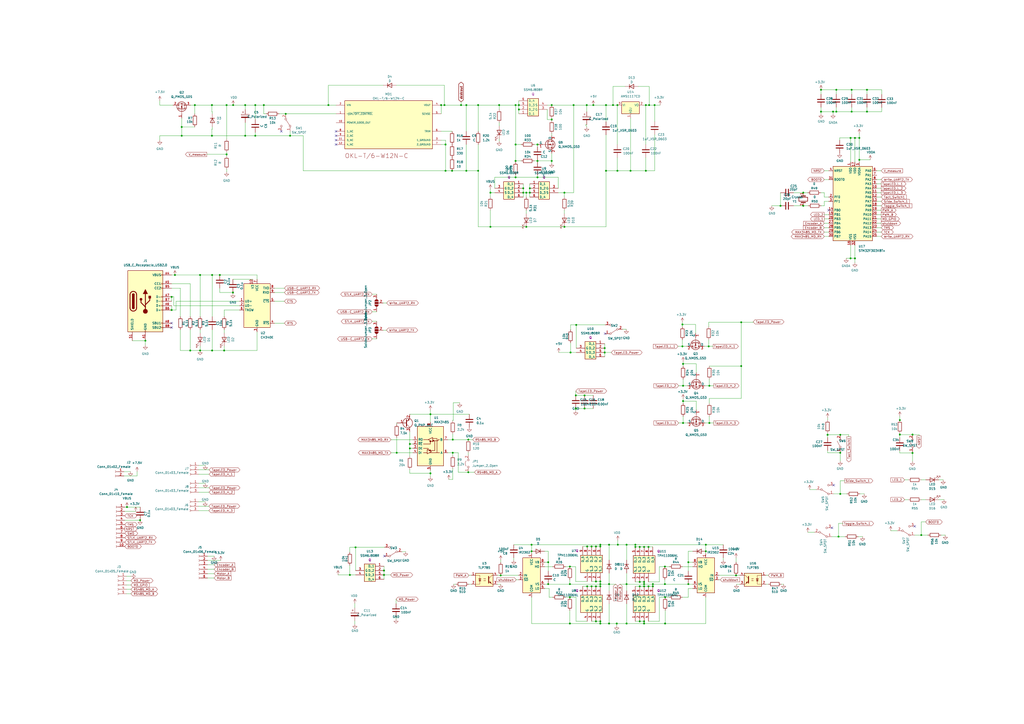
<source format=kicad_sch>
(kicad_sch (version 20211123) (generator eeschema)
  (paper "A2")
  (junction (at 363.474 315.976))
  (junction (at 270.51 99.06))
  (junction (at 395.859 200.914))
  (junction (at 485.14 52.07))
  (junction (at 305.308 131.572))
  (junction (at 249.682 240.284))
  (junction (at 494.03 52.07))
  (junction (at 99.568 179.832))
  (junction (at 487.426 262.636))
  (junction (at 485.14 64.77))
  (junction (at 376.174 340.106))
  (junction (at 396.24 232.664))
  (junction (at 130.048 203.327))
  (junction (at 330.581 338.836))
  (junction (at 345.694 340.106))
  (junction (at 373.634 338.836))
  (junction (at 305.308 111.76))
  (junction (at 303.53 111.76))
  (junction (at 81.28 301.752))
  (junction (at 153.035 60.96))
  (junction (at 348.234 340.106))
  (junction (at 277.368 99.06))
  (junction (at 123.063 159.512))
  (junction (at 483.235 64.77))
  (junction (at 396.24 245.364))
  (junction (at 258.445 99.06))
  (junction (at 237.744 260.096))
  (junction (at 222.758 330.962))
  (junction (at 487.426 252.222))
  (junction (at 495.935 80.01))
  (junction (at 358.394 315.976))
  (junction (at 353.314 361.696))
  (junction (at 409.448 319.786))
  (junction (at 308.356 319.786))
  (junction (at 374.65 99.06))
  (junction (at 411.48 245.364))
  (junction (at 476.25 64.77))
  (junction (at 429.9735 212.344))
  (junction (at 343.154 340.106))
  (junction (at 258.445 83.82))
  (junction (at 368.554 315.976))
  (junction (at 357.759 361.696))
  (junction (at 148.082 78.74))
  (junction (at 332.74 60.96))
  (junction (at 343.154 316.992))
  (junction (at 378.714 340.106))
  (junction (at 378.714 338.836))
  (junction (at 330.581 346.456))
  (junction (at 373.634 361.696))
  (junction (at 271.653 255.016))
  (junction (at 237.744 257.556))
  (junction (at 330.581 361.696))
  (junction (at 318.008 338.836))
  (junction (at 351.536 60.96))
  (junction (at 257.81 60.96))
  (junction (at 409.448 315.976))
  (junction (at 110.363 203.327))
  (junction (at 320.04 60.96))
  (junction (at 373.634 317.246))
  (junction (at 487.426 286.512))
  (junction (at 113.03 60.96))
  (junction (at 127.508 159.512))
  (junction (at 351.536 99.06))
  (junction (at 168.275 78.74))
  (junction (at 202.946 333.502))
  (junction (at 345.694 360.426))
  (junction (at 190.5 60.96))
  (junction (at 385.826 361.696))
  (junction (at 142.24 78.74))
  (junction (at 249.682 274.574))
  (junction (at 363.474 338.836))
  (junction (at 339.09 236.982))
  (junction (at 284.48 111.76))
  (junction (at 396.24 211.074))
  (junction (at 493.395 149.86))
  (junction (at 493.395 80.01))
  (junction (at 358.14 60.96))
  (junction (at 340.36 60.96))
  (junction (at 426.974 333.756))
  (junction (at 105.41 73.66))
  (junction (at 465.963 111.76))
  (junction (at 350.774 201.93))
  (junction (at 376.555 60.96))
  (junction (at 307.34 111.76))
  (junction (at 84.328 197.612))
  (junction (at 396.24 223.774))
  (junction (at 340.614 340.106))
  (junction (at 373.634 360.426))
  (junction (at 480.06 252.222))
  (junction (at 429.9735 186.944))
  (junction (at 373.634 337.566))
  (junction (at 358.14 99.06))
  (junction (at 327.406 111.76))
  (junction (at 330.962 204.47))
  (junction (at 277.368 60.96))
  (junction (at 206.248 317.5))
  (junction (at 303.53 109.22))
  (junction (at 348.234 315.976))
  (junction (at 116.078 159.512))
  (junction (at 498.475 80.01))
  (junction (at 371.094 340.106))
  (junction (at 340.614 316.992))
  (junction (at 371.094 337.566))
  (junction (at 399.288 338.836))
  (junction (at 131.445 89.535))
  (junction (at 262.636 262.636))
  (junction (at 494.03 64.77))
  (junction (at 334.01 229.362))
  (junction (at 379.73 60.96))
  (junction (at 345.694 337.312))
  (junction (at 290.449 333.756))
  (junction (at 299.085 102.87))
  (junction (at 350.774 204.47))
  (junction (at 521.97 252.095))
  (junction (at 300.99 63.5))
  (junction (at 374.65 60.96))
  (junction (at 353.314 338.836))
  (junction (at 123.063 203.327))
  (junction (at 355.6 60.96))
  (junction (at 101.473 159.512))
  (junction (at 371.094 317.246))
  (junction (at 116.078 203.327))
  (junction (at 307.34 109.22))
  (junction (at 299.085 60.96))
  (junction (at 385.826 346.456))
  (junction (at 262.636 255.016))
  (junction (at 284.48 131.572))
  (junction (at 142.24 60.96))
  (junction (at 353.314 315.976))
  (junction (at 308.356 315.976))
  (junction (at 99.568 172.212))
  (junction (at 529.336 262.763))
  (junction (at 230.124 262.636))
  (junction (at 334.264 188.468))
  (junction (at 411.099 200.914))
  (junction (at 502.92 52.07))
  (junction (at 348.234 337.312))
  (junction (at 376.174 317.246))
  (junction (at 255.905 60.96))
  (junction (at 452.755 119.38))
  (junction (at 395.859 188.214))
  (junction (at 334.01 236.982))
  (junction (at 368.554 317.246))
  (junction (at 365.76 99.06))
  (junction (at 320.04 93.345))
  (junction (at 165.735 66.04))
  (junction (at 122.936 78.74))
  (junction (at 299.085 93.345))
  (junction (at 411.48 223.774))
  (junction (at 363.474 361.696))
  (junction (at 300.99 60.96))
  (junction (at 385.699 338.836))
  (junction (at 502.92 64.77))
  (junction (at 344.17 60.96))
  (junction (at 318.008 326.136))
  (junction (at 534.416 310.388))
  (junction (at 486.41 311.277))
  (junction (at 348.234 360.426))
  (junction (at 348.234 361.696))
  (junction (at 73.66 294.132))
  (junction (at 327.406 131.572))
  (junction (at 330.581 328.676))
  (junction (at 311.785 102.87))
  (junction (at 267.462 60.96))
  (junction (at 320.04 69.342))
  (junction (at 465.963 119.38))
  (junction (at 131.445 60.96))
  (junction (at 262.255 99.06))
  (junction (at 476.25 52.07))
  (junction (at 299.085 83.82))
  (junction (at 122.936 60.96))
  (junction (at 345.694 316.992))
  (junction (at 135.255 60.96))
  (junction (at 105.41 78.74))
  (junction (at 148.082 60.96))
  (junction (at 271.653 273.939))
  (junction (at 521.97 243.713))
  (junction (at 348.234 316.992))
  (junction (at 135.128 169.672))
  (junction (at 348.234 338.836))
  (junction (at 339.09 229.362))
  (junction (at 373.634 340.106))
  (junction (at 371.094 360.426))
  (junction (at 270.51 60.96))
  (junction (at 495.935 149.86))
  (junction (at 222.758 333.502))
  (junction (at 311.785 83.82))
  (junction (at 498.475 92.71))
  (junction (at 311.785 93.345))
  (junction (at 529.336 252.095))
  (junction (at 385.699 328.676))
  (junction (at 399.288 326.136))
  (junction (at 289.56 60.96))
  (no_connect (at 194.945 83.82))
  (no_connect (at 530.606 305.308))
  (no_connect (at 194.945 76.2))
  (no_connect (at 483.616 281.432))
  (no_connect (at 99.568 187.452))
  (no_connect (at 163.195 76.2))
  (no_connect (at 194.945 81.28))
  (no_connect (at 482.6 306.197))
  (no_connect (at 194.945 78.74))
  (no_connect (at 351.028 193.548))
  (no_connect (at 223.012 322.58))
  (no_connect (at 99.568 189.992))
  (no_connect (at 480.695 121.92))
  (wire (pts (xy 355.6 60.96) (xy 358.14 60.96)))
  (wire (pts (xy 373.634 361.696) (xy 385.826 361.696)))
  (wire (pts (xy 308.356 361.696) (xy 330.581 361.696)))
  (wire (pts (xy 330.962 198.882) (xy 330.962 204.47)))
  (wire (pts (xy 508.635 124.46) (xy 511.175 124.46)))
  (wire (pts (xy 330.581 328.676) (xy 333.883 328.676)))
  (wire (pts (xy 287.02 109.22) (xy 287.02 102.87)))
  (wire (pts (xy 299.085 83.82) (xy 299.085 93.345)))
  (wire (pts (xy 142.24 60.96) (xy 142.24 63.5)))
  (wire (pts (xy 396.24 245.364) (xy 398.78 245.364)))
  (wire (pts (xy 485.14 54.61) (xy 485.14 52.07)))
  (wire (pts (xy 249.682 240.284) (xy 249.682 244.856)))
  (wire (pts (xy 508.635 119.38) (xy 511.175 119.38)))
  (wire (pts (xy 345.694 337.312) (xy 348.234 337.312)))
  (wire (pts (xy 403.86 232.664) (xy 396.24 232.664)))
  (wire (pts (xy 259.842 262.636) (xy 262.636 262.636)))
  (wire (pts (xy 311.785 83.82) (xy 312.42 83.82)))
  (wire (pts (xy 299.085 93.345) (xy 299.085 93.98)))
  (wire (pts (xy 300.99 60.96) (xy 300.99 63.5)))
  (wire (pts (xy 161.925 66.04) (xy 165.735 66.04)))
  (wire (pts (xy 396.24 223.774) (xy 398.78 223.774)))
  (wire (pts (xy 480.06 251.206) (xy 480.06 252.222)))
  (wire (pts (xy 148.082 78.74) (xy 168.275 78.74)))
  (wire (pts (xy 130.048 203.327) (xy 149.098 203.327)))
  (wire (pts (xy 222.758 330.962) (xy 222.758 333.502)))
  (wire (pts (xy 116.078 191.262) (xy 116.078 193.167)))
  (wire (pts (xy 154.305 66.04) (xy 153.035 66.04)))
  (wire (pts (xy 142.24 71.12) (xy 142.24 78.74)))
  (wire (pts (xy 411.48 219.964) (xy 411.48 223.774)))
  (wire (pts (xy 270.51 99.06) (xy 277.368 99.06)))
  (wire (pts (xy 508.635 132.08) (xy 511.175 132.08)))
  (wire (pts (xy 493.395 142.24) (xy 493.395 149.86)))
  (wire (pts (xy 340.614 337.312) (xy 333.883 337.312)))
  (wire (pts (xy 320.04 69.342) (xy 320.04 69.85)))
  (wire (pts (xy 411.48 231.14) (xy 429.9735 231.14)))
  (wire (pts (xy 493.395 93.98) (xy 493.395 80.01)))
  (wire (pts (xy 495.935 142.24) (xy 495.935 149.86)))
  (wire (pts (xy 175.895 99.06) (xy 258.445 99.06)))
  (wire (pts (xy 502.92 52.07) (xy 502.92 54.61)))
  (wire (pts (xy 480.06 252.222) (xy 487.426 252.222)))
  (wire (pts (xy 371.094 360.426) (xy 373.634 360.426)))
  (wire (pts (xy 403.86 237.744) (xy 403.86 232.664)))
  (wire (pts (xy 490.855 149.86) (xy 493.395 149.86)))
  (wire (pts (xy 311.785 93.345) (xy 311.785 92.71)))
  (wire (pts (xy 123.063 183.642) (xy 123.063 159.512)))
  (wire (pts (xy 101.473 159.512) (xy 116.078 159.512)))
  (wire (pts (xy 487.045 80.01) (xy 487.045 81.28)))
  (wire (pts (xy 288.544 333.756) (xy 290.449 333.756)))
  (wire (pts (xy 116.078 203.327) (xy 123.063 203.327)))
  (wire (pts (xy 476.25 52.07) (xy 485.14 52.07)))
  (wire (pts (xy 495.935 93.98) (xy 495.935 80.01)))
  (wire (pts (xy 521.97 251.333) (xy 521.97 252.095)))
  (wire (pts (xy 483.235 64.77) (xy 485.14 64.77)))
  (wire (pts (xy 122.936 60.96) (xy 131.445 60.96)))
  (wire (pts (xy 104.648 183.642) (xy 104.648 167.132)))
  (wire (pts (xy 363.474 315.976) (xy 368.554 315.976)))
  (wire (pts (xy 104.648 191.262) (xy 104.648 203.327)))
  (wire (pts (xy 289.56 80.645) (xy 289.56 81.915)))
  (wire (pts (xy 340.36 72.39) (xy 339.725 72.39)))
  (wire (pts (xy 330.962 188.468) (xy 334.264 188.468)))
  (wire (pts (xy 436.88 186.944) (xy 436.88 186.69)))
  (wire (pts (xy 508.635 104.14) (xy 511.175 104.14)))
  (wire (pts (xy 498.475 80.01) (xy 498.475 92.71)))
  (wire (pts (xy 529.336 252.095) (xy 521.97 252.095)))
  (wire (pts (xy 332.74 60.96) (xy 340.36 60.96)))
  (wire (pts (xy 529.336 262.763) (xy 529.336 267.589)))
  (wire (pts (xy 358.14 99.06) (xy 351.536 99.06)))
  (wire (pts (xy 483.616 286.512) (xy 487.426 286.512)))
  (wire (pts (xy 249.682 237.871) (xy 249.682 240.284)))
  (wire (pts (xy 131.445 80.645) (xy 131.445 60.96)))
  (wire (pts (xy 318.008 331.216) (xy 318.008 326.136)))
  (wire (pts (xy 480.695 99.06) (xy 478.155 99.06)))
  (wire (pts (xy 206.248 317.5) (xy 223.012 317.5)))
  (wire (pts (xy 353.314 338.836) (xy 357.124 338.836)))
  (wire (pts (xy 485.14 64.77) (xy 494.03 64.77)))
  (wire (pts (xy 385.826 354.076) (xy 385.826 361.696)))
  (wire (pts (xy 411.48 241.554) (xy 411.48 245.364)))
  (wire (pts (xy 388.239 346.456) (xy 385.826 346.456)))
  (wire (pts (xy 72.39 294.132) (xy 73.66 294.132)))
  (wire (pts (xy 205.867 360.172) (xy 205.867 362.077)))
  (wire (pts (xy 334.264 188.468) (xy 351.028 188.468)))
  (wire (pts (xy 92.71 60.96) (xy 100.33 60.96)))
  (wire (pts (xy 353.314 338.836) (xy 353.314 342.646)))
  (wire (pts (xy 370.205 50.165) (xy 376.555 50.165)))
  (wire (pts (xy 544.576 289.814) (xy 547.624 289.814)))
  (wire (pts (xy 105.41 78.74) (xy 122.936 78.74)))
  (wire (pts (xy 529.336 262.255) (xy 529.336 262.763)))
  (wire (pts (xy 365.76 68.58) (xy 365.76 99.06)))
  (wire (pts (xy 229.87 49.53) (xy 257.81 49.53)))
  (wire (pts (xy 476.123 111.76) (xy 478.155 111.76)))
  (wire (pts (xy 368.554 315.976) (xy 409.448 315.976)))
  (wire (pts (xy 123.19 64.77) (xy 122.936 64.77)))
  (wire (pts (xy 355.6 50.165) (xy 355.6 60.96)))
  (wire (pts (xy 487.426 252.222) (xy 492.379 252.222)))
  (wire (pts (xy 548.386 310.388) (xy 545.846 310.388)))
  (wire (pts (xy 334.01 236.982) (xy 339.09 236.982)))
  (wire (pts (xy 196.088 333.502) (xy 202.946 333.502)))
  (wire (pts (xy 262.89 243.84) (xy 262.636 243.84)))
  (wire (pts (xy 363.474 350.266) (xy 363.474 361.696)))
  (wire (pts (xy 120.396 322.58) (xy 124.206 322.58)))
  (wire (pts (xy 350.774 204.47) (xy 354.584 204.47)))
  (wire (pts (xy 343.154 316.992) (xy 345.694 316.992)))
  (wire (pts (xy 267.462 59.055) (xy 267.462 60.96)))
  (wire (pts (xy 318.516 346.456) (xy 320.548 346.456)))
  (wire (pts (xy 135.255 60.96) (xy 142.24 60.96)))
  (wire (pts (xy 344.17 60.96) (xy 351.536 60.96)))
  (wire (pts (xy 396.24 219.964) (xy 396.24 223.774)))
  (wire (pts (xy 110.49 60.96) (xy 113.03 60.96)))
  (wire (pts (xy 426.974 333.756) (xy 417.068 333.756)))
  (wire (pts (xy 130.048 183.642) (xy 130.048 179.832)))
  (wire (pts (xy 339.725 72.39) (xy 340.36 73.66)))
  (wire (pts (xy 315.976 326.136) (xy 318.008 326.136)))
  (wire (pts (xy 92.71 58.42) (xy 92.71 60.96)))
  (wire (pts (xy 521.97 252.095) (xy 521.97 253.873)))
  (wire (pts (xy 376.174 317.246) (xy 378.714 317.246)))
  (wire (pts (xy 324.104 204.47) (xy 330.962 204.47)))
  (wire (pts (xy 159.258 169.672) (xy 164.973 169.672)))
  (wire (pts (xy 330.581 336.296) (xy 330.581 338.836)))
  (wire (pts (xy 328.168 346.456) (xy 330.581 346.456)))
  (wire (pts (xy 309.88 93.345) (xy 311.785 93.345)))
  (wire (pts (xy 374.65 91.44) (xy 374.65 99.06)))
  (wire (pts (xy 305.308 131.572) (xy 327.406 131.572)))
  (wire (pts (xy 300.99 58.42) (xy 300.99 60.96)))
  (wire (pts (xy 277.368 131.572) (xy 284.48 131.572)))
  (wire (pts (xy 249.682 274.574) (xy 249.682 276.606)))
  (wire (pts (xy 270.51 83.82) (xy 270.51 99.06)))
  (wire (pts (xy 92.71 78.74) (xy 92.71 81.28)))
  (wire (pts (xy 373.38 60.96) (xy 374.65 60.96)))
  (wire (pts (xy 358.14 99.06) (xy 365.76 99.06)))
  (wire (pts (xy 409.448 319.786) (xy 409.448 321.056)))
  (wire (pts (xy 226.822 262.636) (xy 230.124 262.636)))
  (wire (pts (xy 348.234 337.312) (xy 348.234 338.836)))
  (wire (pts (xy 411.099 200.914) (xy 413.639 200.914)))
  (wire (pts (xy 271.653 262.636) (xy 271.653 263.779)))
  (wire (pts (xy 340.36 64.77) (xy 340.36 60.96)))
  (wire (pts (xy 116.078 159.512) (xy 116.078 183.642)))
  (wire (pts (xy 130.048 179.832) (xy 138.938 179.832)))
  (wire (pts (xy 330.962 204.47) (xy 334.264 204.47)))
  (wire (pts (xy 327.406 111.76) (xy 332.74 111.76)))
  (wire (pts (xy 334.264 201.93) (xy 334.264 188.468)))
  (wire (pts (xy 224.282 175.768) (xy 222.25 175.768)))
  (wire (pts (xy 318.008 338.836) (xy 330.581 338.836)))
  (wire (pts (xy 403.86 211.074) (xy 396.24 211.074)))
  (wire (pts (xy 368.554 340.106) (xy 371.094 340.106)))
  (wire (pts (xy 373.634 317.246) (xy 376.174 317.246)))
  (wire (pts (xy 395.859 200.914) (xy 398.399 200.914)))
  (wire (pts (xy 411.48 223.774) (xy 414.02 223.774)))
  (wire (pts (xy 323.85 111.76) (xy 327.406 111.76)))
  (wire (pts (xy 348.234 338.836) (xy 353.314 338.836)))
  (wire (pts (xy 396.24 231.394) (xy 396.24 232.664)))
  (wire (pts (xy 259.842 255.016) (xy 262.636 255.016)))
  (wire (pts (xy 465.963 111.76) (xy 468.503 111.76)))
  (wire (pts (xy 73.406 339.344) (xy 75.946 339.344)))
  (wire (pts (xy 148.082 69.215) (xy 148.082 60.96)))
  (wire (pts (xy 222.758 333.502) (xy 226.568 333.502)))
  (wire (pts (xy 487.426 286.512) (xy 487.426 278.892)))
  (wire (pts (xy 237.744 250.444) (xy 237.744 257.556)))
  (wire (pts (xy 476.25 64.77) (xy 476.25 66.04)))
  (wire (pts (xy 229.743 347.599) (xy 229.743 350.139)))
  (wire (pts (xy 75.692 273.558) (xy 71.882 273.558)))
  (wire (pts (xy 311.785 101.6) (xy 311.785 102.87)))
  (wire (pts (xy 411.48 212.344) (xy 429.9735 212.344)))
  (wire (pts (xy 123.19 66.04) (xy 123.19 64.77)))
  (wire (pts (xy 327.406 121.92) (xy 327.406 123.952)))
  (wire (pts (xy 148.082 76.835) (xy 148.082 78.74)))
  (wire (pts (xy 350.774 201.93) (xy 350.774 204.47)))
  (wire (pts (xy 127.508 159.512) (xy 149.098 159.512)))
  (wire (pts (xy 348.234 315.976) (xy 353.314 315.976)))
  (wire (pts (xy 376.555 60.96) (xy 379.73 60.96)))
  (wire (pts (xy 159.258 174.752) (xy 164.973 174.752)))
  (wire (pts (xy 486.41 311.277) (xy 490.22 311.277)))
  (wire (pts (xy 480.06 252.222) (xy 480.06 253.746)))
  (wire (pts (xy 368.554 317.246) (xy 371.094 317.246)))
  (wire (pts (xy 521.97 241.427) (xy 521.97 243.713)))
  (wire (pts (xy 102.108 174.752) (xy 138.938 174.752)))
  (wire (pts (xy 393.319 200.914) (xy 395.859 200.914)))
  (wire (pts (xy 334.01 229.362) (xy 339.09 229.362)))
  (wire (pts (xy 376.174 360.426) (xy 382.524 360.426)))
  (wire (pts (xy 299.085 60.96) (xy 300.99 60.96)))
  (wire (pts (xy 511.429 52.07) (xy 511.429 54.737)))
  (wire (pts (xy 73.406 344.424) (xy 75.946 344.424)))
  (wire (pts (xy 142.24 78.74) (xy 148.082 78.74)))
  (wire (pts (xy 262.89 233.68) (xy 262.89 243.84)))
  (wire (pts (xy 373.634 360.426) (xy 373.634 361.696)))
  (wire (pts (xy 298.069 315.976) (xy 308.356 315.976)))
  (wire (pts (xy 379.73 78.105) (xy 379.73 99.06)))
  (wire (pts (xy 148.082 60.96) (xy 153.035 60.96)))
  (wire (pts (xy 159.258 187.452) (xy 164.973 187.452)))
  (wire (pts (xy 115.316 285.496) (xy 121.285 285.496)))
  (wire (pts (xy 478.155 104.14) (xy 480.695 104.14)))
  (wire (pts (xy 123.063 159.512) (xy 127.508 159.512)))
  (wire (pts (xy 149.098 192.532) (xy 149.098 203.327)))
  (wire (pts (xy 447.675 119.38) (xy 452.755 119.38)))
  (wire (pts (xy 374.65 60.96) (xy 374.65 83.82)))
  (wire (pts (xy 396.24 241.554) (xy 396.24 245.364)))
  (wire (pts (xy 353.314 315.976) (xy 353.314 324.866)))
  (wire (pts (xy 508.635 129.54) (xy 511.175 129.54)))
  (wire (pts (xy 131.445 98.171) (xy 131.445 99.695)))
  (wire (pts (xy 334.01 226.822) (xy 334.01 229.362)))
  (wire (pts (xy 429.9735 231.14) (xy 429.9735 212.344)))
  (wire (pts (xy 492.379 253.365) (xy 492.379 252.222)))
  (wire (pts (xy 363.474 315.976) (xy 363.474 324.866)))
  (wire (pts (xy 419.608 323.596) (xy 419.608 324.866)))
  (wire (pts (xy 483.235 64.77) (xy 483.235 66.04)))
  (wire (pts (xy 299.466 336.296) (xy 300.736 336.296)))
  (wire (pts (xy 478.155 134.62) (xy 480.695 134.62)))
  (wire (pts (xy 327.406 131.572) (xy 351.536 131.572)))
  (wire (pts (xy 255.905 83.82) (xy 258.445 83.82)))
  (wire (pts (xy 340.36 60.96) (xy 344.17 60.96)))
  (wire (pts (xy 257.81 60.96) (xy 267.462 60.96)))
  (wire (pts (xy 290.449 324.866) (xy 290.449 326.136)))
  (wire (pts (xy 284.48 109.728) (xy 284.48 111.76)))
  (wire (pts (xy 270.51 60.96) (xy 277.368 60.96)))
  (wire (pts (xy 487.426 286.512) (xy 491.236 286.512)))
  (wire (pts (xy 116.078 200.787) (xy 116.078 203.327)))
  (wire (pts (xy 401.828 341.376) (xy 399.288 341.376)))
  (wire (pts (xy 230.124 245.364) (xy 230.124 246.126)))
  (wire (pts (xy 411.48 245.364) (xy 414.02 245.364)))
  (wire (pts (xy 288.544 338.836) (xy 290.449 338.836)))
  (wire (pts (xy 487.426 262.636) (xy 487.426 267.462)))
  (wire (pts (xy 284.48 121.92) (xy 284.48 131.572)))
  (wire (pts (xy 334.137 360.426) (xy 340.614 360.426)))
  (wire (pts (xy 262.636 278.13) (xy 262.636 271.78)))
  (wire (pts (xy 382.524 328.676) (xy 385.699 328.676)))
  (wire (pts (xy 299.085 60.96) (xy 299.085 83.82)))
  (wire (pts (xy 343.154 337.312) (xy 345.694 337.312)))
  (wire (pts (xy 348.234 316.992) (xy 348.234 315.976)))
  (wire (pts (xy 100.838 172.212) (xy 100.838 177.292)))
  (wire (pts (xy 84.328 197.612) (xy 84.328 200.152)))
  (wire (pts (xy 130.048 191.262) (xy 130.048 193.167)))
  (wire (pts (xy 205.867 350.012) (xy 205.867 352.552)))
  (wire (pts (xy 130.048 200.787) (xy 130.048 203.327)))
  (wire (pts (xy 122.936 78.74) (xy 142.24 78.74)))
  (wire (pts (xy 478.155 124.46) (xy 480.695 124.46)))
  (wire (pts (xy 175.895 78.74) (xy 175.895 99.06)))
  (wire (pts (xy 289.56 60.96) (xy 299.085 60.96)))
  (wire (pts (xy 122.936 60.96) (xy 122.936 64.77)))
  (wire (pts (xy 343.154 340.106) (xy 345.694 340.106)))
  (wire (pts (xy 168.275 78.74) (xy 175.895 78.74)))
  (wire (pts (xy 368.554 337.566) (xy 371.094 337.566)))
  (wire (pts (xy 482.6 311.277) (xy 486.41 311.277)))
  (wire (pts (xy 508.635 114.3) (xy 511.175 114.3)))
  (wire (pts (xy 357.759 361.696) (xy 357.759 362.966)))
  (wire (pts (xy 508.635 127) (xy 511.175 127)))
  (wire (pts (xy 498.475 80.01) (xy 498.475 77.47)))
  (wire (pts (xy 508.635 121.92) (xy 511.175 121.92)))
  (wire (pts (xy 480.06 261.366) (xy 480.06 262.636)))
  (wire (pts (xy 99.568 179.832) (xy 102.108 179.832)))
  (wire (pts (xy 351.536 99.06) (xy 351.536 131.572)))
  (wire (pts (xy 323.85 109.22) (xy 323.85 102.87)))
  (wire (pts (xy 104.648 167.132) (xy 99.568 167.132)))
  (wire (pts (xy 73.406 341.884) (xy 75.946 341.884)))
  (wire (pts (xy 153.035 60.96) (xy 190.5 60.96)))
  (wire (pts (xy 521.97 243.713) (xy 521.97 243.967)))
  (wire (pts (xy 237.744 257.556) (xy 237.744 260.096)))
  (wire (pts (xy 399.288 319.786) (xy 399.288 326.136)))
  (wire (pts (xy 308.356 346.456) (xy 308.356 361.696)))
  (wire (pts (xy 480.06 262.636) (xy 487.426 262.636)))
  (wire (pts (xy 339.09 236.982) (xy 344.17 236.982)))
  (wire (pts (xy 149.098 162.052) (xy 149.098 159.512)))
  (wire (pts (xy 343.154 360.426) (xy 345.694 360.426)))
  (wire (pts (xy 318.516 341.376) (xy 318.516 346.456)))
  (wire (pts (xy 444.373 333.756) (xy 445.643 333.756)))
  (wire (pts (xy 374.65 99.06) (xy 379.73 99.06)))
  (wire (pts (xy 409.448 315.976) (xy 409.448 319.786)))
  (wire (pts (xy 218.44 170.688) (xy 215.9 170.688)))
  (wire (pts (xy 362.585 50.165) (xy 355.6 50.165)))
  (wire (pts (xy 401.828 328.676) (xy 395.859 328.676)))
  (wire (pts (xy 495.935 80.01) (xy 498.475 80.01)))
  (wire (pts (xy 233.172 320.04) (xy 235.331 320.04)))
  (wire (pts (xy 73.406 334.264) (xy 75.946 334.264)))
  (wire (pts (xy 411.099 186.944) (xy 411.099 189.484)))
  (wire (pts (xy 229.743 357.759) (xy 229.743 359.029)))
  (wire (pts (xy 237.744 274.574) (xy 249.682 274.574)))
  (wire (pts (xy 351.536 60.96) (xy 351.536 70.612)))
  (wire (pts (xy 315.976 338.836) (xy 318.008 338.836)))
  (wire (pts (xy 508.635 99.06) (xy 511.175 99.06)))
  (wire (pts (xy 305.308 121.92) (xy 305.308 123.952)))
  (wire (pts (xy 489.966 278.892) (xy 487.426 278.892)))
  (wire (pts (xy 476.25 52.07) (xy 476.25 54.61)))
  (wire (pts (xy 110.363 164.592) (xy 110.363 183.642)))
  (wire (pts (xy 417.068 336.296) (xy 417.83 336.296)))
  (wire (pts (xy 131.445 60.96) (xy 135.255 60.96)))
  (wire (pts (xy 393.7 223.774) (xy 396.24 223.774)))
  (wire (pts (xy 113.03 60.96) (xy 122.936 60.96)))
  (wire (pts (xy 478.155 129.54) (xy 480.695 129.54)))
  (wire (pts (xy 73.406 336.804) (xy 75.946 336.804)))
  (wire (pts (xy 271.653 255.016) (xy 274.193 255.016)))
  (wire (pts (xy 401.828 319.786) (xy 399.288 319.786)))
  (wire (pts (xy 226.822 255.016) (xy 239.522 255.016)))
  (wire (pts (xy 452.755 111.76) (xy 452.755 119.38)))
  (wire (pts (xy 190.5 49.53) (xy 190.5 60.96)))
  (wire (pts (xy 393.7 245.364) (xy 396.24 245.364)))
  (wire (pts (xy 257.81 49.53) (xy 257.81 60.96)))
  (wire (pts (xy 376.555 50.165) (xy 376.555 60.96)))
  (wire (pts (xy 520.446 307.848) (xy 516.636 307.848)))
  (wire (pts (xy 308.356 319.786) (xy 308.356 321.056)))
  (wire (pts (xy 385.826 361.696) (xy 409.448 361.696)))
  (wire (pts (xy 330.581 361.696) (xy 348.234 361.696)))
  (wire (pts (xy 115.189 296.164) (xy 121.158 296.164)))
  (wire (pts (xy 508.635 111.76) (xy 511.175 111.76)))
  (wire (pts (xy 218.44 180.848) (xy 215.9 180.848)))
  (wire (pts (xy 396.24 209.804) (xy 396.24 211.074)))
  (wire (pts (xy 373.634 338.836) (xy 378.714 338.836)))
  (wire (pts (xy 473.456 283.972) (xy 469.646 283.972)))
  (wire (pts (xy 480.06 243.586) (xy 480.06 242.316)))
  (wire (pts (xy 376.174 340.106) (xy 378.714 340.106)))
  (wire (pts (xy 255.905 60.96) (xy 255.905 66.04)))
  (wire (pts (xy 299.085 102.87) (xy 311.785 102.87)))
  (wire (pts (xy 104.648 203.327) (xy 110.363 203.327)))
  (wire (pts (xy 371.094 337.566) (xy 373.634 337.566)))
  (wire (pts (xy 363.474 361.696) (xy 373.634 361.696)))
  (wire (pts (xy 487.426 262.382) (xy 487.426 262.636)))
  (wire (pts (xy 73.66 294.132) (xy 81.28 294.132)))
  (wire (pts (xy 508.635 137.16) (xy 511.175 137.16)))
  (wire (pts (xy 315.976 341.376) (xy 318.516 341.376)))
  (wire (pts (xy 222.758 333.502) (xy 222.758 336.042)))
  (wire (pts (xy 277.368 99.06) (xy 277.368 131.572)))
  (wire (pts (xy 262.636 262.636) (xy 262.636 264.16)))
  (wire (pts (xy 222.25 49.53) (xy 190.5 49.53)))
  (wire (pts (xy 135.128 169.672) (xy 135.128 170.307)))
  (wire (pts (xy 115.189 291.084) (xy 118.999 291.084)))
  (wire (pts (xy 100.838 177.292) (xy 138.938 177.292)))
  (wire (pts (xy 345.694 340.106) (xy 348.234 340.106)))
  (wire (pts (xy 311.785 102.87) (xy 323.85 102.87)))
  (wire (pts (xy 79.502 276.098) (xy 71.882 276.098)))
  (wire (pts (xy 534.416 310.388) (xy 538.226 310.388)))
  (wire (pts (xy 105.41 73.66) (xy 105.41 78.74)))
  (wire (pts (xy 92.71 78.74) (xy 105.41 78.74)))
  (wire (pts (xy 478.155 132.08) (xy 480.695 132.08)))
  (wire (pts (xy 300.99 63.5) (xy 300.99 66.04)))
  (wire (pts (xy 255.905 76.2) (xy 262.255 76.2)))
  (wire (pts (xy 258.445 83.82) (xy 258.445 99.06)))
  (wire (pts (xy 521.97 261.493) (xy 521.97 262.763)))
  (wire (pts (xy 127.508 169.672) (xy 135.128 169.672)))
  (wire (pts (xy 249.682 272.796) (xy 249.682 274.574)))
  (wire (pts (xy 130.048 203.327) (xy 123.063 203.327)))
  (wire (pts (xy 524.764 278.384) (xy 526.796 278.384)))
  (wire (pts (xy 299.085 93.345) (xy 302.26 93.345)))
  (wire (pts (xy 271.653 273.939) (xy 275.209 273.939)))
  (wire (pts (xy 379.73 60.96) (xy 382.905 60.96)))
  (wire (pts (xy 120.396 325.12) (xy 128.016 325.12)))
  (wire (pts (xy 237.744 272.288) (xy 237.744 274.574)))
  (wire (pts (xy 315.976 328.676) (xy 320.548 328.676)))
  (wire (pts (xy 249.682 240.284) (xy 272.288 240.284)))
  (wire (pts (xy 529.336 252.095) (xy 533.146 252.095)))
  (wire (pts (xy 395.859 186.944) (xy 395.859 188.214)))
  (wire (pts (xy 311.785 93.345) (xy 311.785 93.98)))
  (wire (pts (xy 123.19 74.93) (xy 122.936 74.93)))
  (wire (pts (xy 385.699 338.836) (xy 399.288 338.836)))
  (wire (pts (xy 353.314 315.976) (xy 358.394 315.976)))
  (wire (pts (xy 120.396 332.74) (xy 124.206 332.74)))
  (wire (pts (xy 500.38 311.277) (xy 497.84 311.277)))
  (wire (pts (xy 159.258 167.132) (xy 164.973 167.132)))
  (wire (pts (xy 338.074 340.106) (xy 340.614 340.106)))
  (wire (pts (xy 426.974 333.756) (xy 429.133 333.756)))
  (wire (pts (xy 320.04 68.58) (xy 320.04 69.342)))
  (wire (pts (xy 110.363 191.262) (xy 110.363 203.327)))
  (wire (pts (xy 115.316 282.956) (xy 121.285 282.956)))
  (wire (pts (xy 501.396 286.512) (xy 498.856 286.512)))
  (wire (pts (xy 493.395 80.01) (xy 495.935 80.01)))
  (wire (pts (xy 502.92 64.77) (xy 502.92 62.23)))
  (wire (pts (xy 99.568 177.292) (xy 99.568 179.832)))
  (wire (pts (xy 330.962 188.468) (xy 330.962 191.262)))
  (wire (pts (xy 131.445 89.535) (xy 131.445 90.551)))
  (wire (pts (xy 403.86 216.154) (xy 403.86 211.074)))
  (wire (pts (xy 478.155 137.16) (xy 480.695 137.16)))
  (wire (pts (xy 508.635 116.84) (xy 511.175 116.84)))
  (wire (pts (xy 308.356 315.976) (xy 348.234 315.976)))
  (wire (pts (xy 230.124 262.636) (xy 239.522 262.636)))
  (wire (pts (xy 202.946 327.914) (xy 202.946 333.502)))
  (wire (pts (xy 472.44 308.737) (xy 468.63 308.737)))
  (wire (pts (xy 399.288 346.456) (xy 395.859 346.456)))
  (wire (pts (xy 385.699 328.676) (xy 388.239 328.676)))
  (wire (pts (xy 303.53 109.22) (xy 303.53 111.76)))
  (wire (pts (xy 99.568 159.512) (xy 101.473 159.512)))
  (wire (pts (xy 429.133 338.836) (xy 427.228 338.836)))
  (wire (pts (xy 262.636 251.714) (xy 262.636 255.016)))
  (wire (pts (xy 305.308 111.76) (xy 305.308 114.3)))
  (wire (pts (xy 363.474 332.486) (xy 363.474 338.836)))
  (wire (pts (xy 396.24 232.664) (xy 396.24 233.934)))
  (wire (pts (xy 290.449 333.756) (xy 300.736 333.756)))
  (wire (pts (xy 307.34 106.68) (xy 307.34 109.22)))
  (wire (pts (xy 330.581 346.456) (xy 334.137 346.456)))
  (wire (pts (xy 395.859 188.214) (xy 395.859 189.484)))
  (wire (pts (xy 311.785 93.345) (xy 320.04 93.345)))
  (wire (pts (xy 485.14 62.23) (xy 485.14 64.77)))
  (wire (pts (xy 363.474 338.836) (xy 373.634 338.836)))
  (wire (pts (xy 115.189 293.624) (xy 121.158 293.624)))
  (wire (pts (xy 120.396 335.28) (xy 124.206 335.28)))
  (wire (pts (xy 272.034 338.836) (xy 273.304 338.836)))
  (wire (pts (xy 79.502 273.558) (xy 79.502 276.098)))
  (wire (pts (xy 284.48 111.76) (xy 284.48 114.3)))
  (wire (pts (xy 320.04 60.96) (xy 332.74 60.96)))
  (wire (pts (xy 494.03 52.07) (xy 502.92 52.07)))
  (wire (pts (xy 345.694 316.992) (xy 348.234 316.992)))
  (wire (pts (xy 102.108 179.832) (xy 102.108 174.752)))
  (wire (pts (xy 478.155 114.3) (xy 480.695 114.3)))
  (wire (pts (xy 508.635 106.68) (xy 511.175 106.68)))
  (wire (pts (xy 445.643 338.836) (xy 444.373 338.836)))
  (wire (pts (xy 351.536 60.96) (xy 355.6 60.96)))
  (wire (pts (xy 534.416 310.388) (xy 534.416 302.768)))
  (wire (pts (xy 76.708 197.612) (xy 84.328 197.612)))
  (wire (pts (xy 320.04 93.345) (xy 320.04 94.615)))
  (wire (pts (xy 218.44 196.596) (xy 215.9 196.596)))
  (wire (pts (xy 476.25 62.23) (xy 476.25 64.77)))
  (wire (pts (xy 113.03 60.96) (xy 113.03 66.04)))
  (wire (pts (xy 524.764 289.814) (xy 526.796 289.814)))
  (wire (pts (xy 318.008 326.136) (xy 318.008 319.786)))
  (wire (pts (xy 378.714 338.836) (xy 385.699 338.836)))
  (wire (pts (xy 239.522 257.556) (xy 237.744 257.556)))
  (wire (pts (xy 357.759 361.696) (xy 363.474 361.696)))
  (wire (pts (xy 399.288 338.836) (xy 401.828 338.836)))
  (wire (pts (xy 399.288 326.136) (xy 399.288 331.216)))
  (wire (pts (xy 115.316 275.082) (xy 121.285 275.082)))
  (wire (pts (xy 465.963 119.38) (xy 468.757 119.38)))
  (wire (pts (xy 122.936 74.93) (xy 122.936 78.74)))
  (wire (pts (xy 303.53 111.76) (xy 303.53 114.3)))
  (wire (pts (xy 411.099 186.944) (xy 429.9735 186.944)))
  (wire (pts (xy 353.314 332.486) (xy 353.314 338.836)))
  (wire (pts (xy 511.429 62.357) (xy 511.429 64.77)))
  (wire (pts (xy 135.128 162.052) (xy 146.558 162.052)))
  (wire (pts (xy 260.35 278.13) (xy 262.636 278.13)))
  (wire (pts (xy 353.314 361.696) (xy 357.759 361.696)))
  (wire (pts (xy 348.234 360.426) (xy 348.234 361.696)))
  (wire (pts (xy 311.785 83.82) (xy 311.785 85.09)))
  (wire (pts (xy 202.946 317.5) (xy 202.946 320.294)))
  (wire (pts (xy 373.634 340.106) (xy 376.174 340.106)))
  (wire (pts (xy 72.39 296.672) (xy 78.74 296.672)))
  (wire (pts (xy 371.094 317.246) (xy 373.634 317.246)))
  (wire (pts (xy 371.094 340.106) (xy 373.634 340.106)))
  (wire (pts (xy 237.744 260.096) (xy 237.744 264.668)))
  (wire (pts (xy 230.124 253.746) (xy 230.124 262.636)))
  (wire (pts (xy 379.73 60.96) (xy 379.73 70.485)))
  (wire (pts (xy 153.035 66.04) (xy 153.035 60.96)))
  (wire (pts (xy 263.144 338.836) (xy 264.414 338.836)))
  (wire (pts (xy 120.396 327.66) (xy 124.206 327.66)))
  (wire (pts (xy 255.905 60.96) (xy 257.81 60.96)))
  (wire (pts (xy 358.394 313.436) (xy 358.394 315.976)))
  (wire (pts (xy 508.635 109.22) (xy 511.175 109.22)))
  (wire (pts (xy 460.375 119.38) (xy 465.963 119.38)))
  (wire (pts (xy 399.288 326.136) (xy 401.828 326.136)))
  (wire (pts (xy 305.308 111.76) (xy 307.34 111.76)))
  (wire (pts (xy 498.475 92.71) (xy 498.475 93.98)))
  (wire (pts (xy 289.56 60.96) (xy 289.56 63.5)))
  (wire (pts (xy 120.396 330.2) (xy 124.206 330.2)))
  (wire (pts (xy 502.92 64.77) (xy 511.429 64.77)))
  (wire (pts (xy 478.155 116.84) (xy 478.155 119.38)))
  (wire (pts (xy 348.234 361.696) (xy 353.314 361.696)))
  (wire (pts (xy 494.03 64.77) (xy 502.92 64.77)))
  (wire (pts (xy 478.155 116.84) (xy 480.695 116.84)))
  (wire (pts (xy 374.65 60.96) (xy 376.555 60.96)))
  (wire (pts (xy 495.935 149.86) (xy 493.395 149.86)))
  (wire (pts (xy 277.368 60.96) (xy 289.56 60.96)))
  (wire (pts (xy 373.634 337.566) (xy 373.634 338.836)))
  (wire (pts (xy 105.41 68.58) (xy 105.41 73.66)))
  (wire (pts (xy 116.078 159.512) (xy 123.063 159.512)))
  (wire (pts (xy 120.015 89.535) (xy 131.445 89.535)))
  (wire (pts (xy 142.24 60.96) (xy 148.082 60.96)))
  (wire (pts (xy 115.316 272.542) (xy 121.285 272.542)))
  (wire (pts (xy 382.524 346.456) (xy 385.826 346.456)))
  (wire (pts (xy 123.19 73.66) (xy 123.19 74.93)))
  (wire (pts (xy 368.554 317.246) (xy 368.554 315.976)))
  (wire (pts (xy 255.905 81.28) (xy 258.445 81.28)))
  (wire (pts (xy 411.099 197.104) (xy 411.099 200.914)))
  (wire (pts (xy 502.92 52.07) (xy 511.429 52.07)))
  (wire (pts (xy 494.03 62.23) (xy 494.03 64.77)))
  (wire (pts (xy 385.699 336.296) (xy 385.699 338.836)))
  (wire (pts (xy 476.25 64.77) (xy 483.235 64.77)))
  (wire (pts (xy 534.416 278.384) (xy 536.956 278.384)))
  (wire (pts (xy 350.774 199.39) (xy 350.774 201.93)))
  (wire (pts (xy 318.008 319.786) (xy 315.976 319.786)))
  (wire (pts (xy 533.146 252.857) (xy 533.146 252.095)))
  (wire (pts (xy 478.155 127) (xy 480.695 127)))
  (wire (pts (xy 495.935 152.4) (xy 495.935 149.86)))
  (wire (pts (xy 287.02 102.87) (xy 299.085 102.87)))
  (wire (pts (xy 486.41 311.277) (xy 486.41 303.657)))
  (wire (pts (xy 530.606 310.388) (xy 534.416 310.388)))
  (wire (pts (xy 277.368 76.2) (xy 277.368 60.96)))
  (wire (pts (xy 99.568 172.212) (xy 99.568 174.752)))
  (wire (pts (xy 488.95 303.657) (xy 486.41 303.657)))
  (wire (pts (xy 460.375 111.76) (xy 465.963 111.76)))
  (wire (pts (xy 239.522 260.096) (xy 237.744 260.096)))
  (wire (pts (xy 284.48 111.76) (xy 287.02 111.76)))
  (wire (pts (xy 262.255 99.06) (xy 270.51 99.06)))
  (wire (pts (xy 365.76 99.06) (xy 374.65 99.06)))
  (wire (pts (xy 284.48 131.572) (xy 305.308 131.572)))
  (wire (pts (xy 72.39 301.752) (xy 81.28 301.752)))
  (wire (pts (xy 485.14 52.07) (xy 494.03 52.07)))
  (wire (pts (xy 409.448 315.976) (xy 419.608 315.976)))
  (wire (pts (xy 478.155 119.38) (xy 476.377 119.38)))
  (wire (pts (xy 494.03 54.61) (xy 494.03 52.07)))
  (wire (pts (xy 165.735 66.04) (xy 194.945 66.04)))
  (wire (pts (xy 340.614 316.992) (xy 343.154 316.992)))
  (wire (pts (xy 361.188 191.008) (xy 363.347 191.008)))
  (wire (pts (xy 299.085 101.6) (xy 299.085 102.87)))
  (wire (pts (xy 115.316 270.002) (xy 119.126 270.002)))
  (wire (pts (xy 262.636 243.84) (xy 262.636 244.094)))
  (wire (pts (xy 303.53 106.68) (xy 303.53 109.22)))
  (wire (pts (xy 403.479 193.294) (xy 403.479 188.214)))
  (wire (pts (xy 411.48 233.934) (xy 411.48 231.14)))
  (wire (pts (xy 508.635 134.62) (xy 511.175 134.62)))
  (wire (pts (xy 113.03 73.66) (xy 105.41 73.66)))
  (wire (pts (xy 266.7 233.68) (xy 262.89 233.68)))
  (wire (pts (xy 395.859 197.104) (xy 395.859 200.914)))
  (wire (pts (xy 123.063 203.327) (xy 123.063 191.262)))
  (wire (pts (xy 382.524 337.566) (xy 382.524 328.676)))
  (wire (pts (xy 504.825 92.71) (xy 498.475 92.71)))
  (wire (pts (xy 454.533 338.836) (xy 453.263 338.836)))
  (wire (pts (xy 190.5 60.96) (xy 194.945 60.96)))
  (wire (pts (xy 327.406 111.76) (xy 327.406 114.3)))
  (wire (pts (xy 382.524 360.426) (xy 382.524 346.456)))
  (wire (pts (xy 270.51 60.96) (xy 270.51 76.2)))
  (wire (pts (xy 408.559 200.914) (xy 411.099 200.914)))
  (wire (pts (xy 330.581 338.836) (xy 348.234 338.836)))
  (wire (pts (xy 358.394 315.976) (xy 363.474 315.976)))
  (wire (pts (xy 258.445 99.06) (xy 262.255 99.06)))
  (wire (pts (xy 333.883 337.312) (xy 333.883 328.676)))
  (wire (pts (xy 317.5 69.342) (xy 320.04 69.342)))
  (wire (pts (xy 408.94 223.774) (xy 411.48 223.774)))
  (wire (pts (xy 408.94 245.364) (xy 411.48 245.364)))
  (wire (pts (xy 168.275 76.2) (xy 168.275 78.74)))
  (wire (pts (xy 358.14 91.44) (xy 358.14 99.06)))
  (wire (pts (xy 222.758 328.422) (xy 222.758 330.962)))
  (wire (pts (xy 348.234 340.106) (xy 348.234 338.836)))
  (wire (pts (xy 334.137 346.456) (xy 334.137 360.426)))
  (wire (pts (xy 351.536 78.232) (xy 351.536 99.06)))
  (wire (pts (xy 202.946 333.502) (xy 206.248 333.502)))
  (wire (pts (xy 237.744 240.284) (xy 249.682 240.284)))
  (wire (pts (xy 376.174 337.566) (xy 382.524 337.566)))
  (wire (pts (xy 289.56 71.12) (xy 289.56 73.025)))
  (wire (pts (xy 307.34 111.76) (xy 307.34 114.3)))
  (wire (pts (xy 378.714 340.106) (xy 378.714 338.836)))
  (wire (pts (xy 299.085 83.82) (xy 302.26 83.82)))
  (wire (pts (xy 115.316 280.416) (xy 119.126 280.416)))
  (wire (pts (xy 303.53 111.76) (xy 305.308 111.76)))
  (wire (pts (xy 368.554 360.426) (xy 371.094 360.426)))
  (wire (pts (xy 359.664 338.836) (xy 363.474 338.836)))
  (wire (pts (xy 317.5 63.5) (xy 317.5 69.342)))
  (wire (pts (xy 429.9735 212.344) (xy 429.9735 186.944)))
  (wire (pts (xy 396.24 211.074) (xy 396.24 212.344)))
  (wire (pts (xy 409.448 346.456) (xy 409.448 361.696)))
  (wire (pts (xy 334.01 236.982) (xy 334.01 238.252)))
  (wire (pts (xy 399.288 341.376) (xy 399.288 346.456)))
  (wire (pts (xy 202.946 317.5) (xy 206.248 317.5)))
  (wire (pts (xy 272.034 333.756) (xy 273.304 333.756)))
  (wire (pts (xy 363.474 338.836) (xy 363.474 342.646)))
  (wire (pts (xy 298.069 323.596) (xy 298.069 324.866)))
  (wire (pts (xy 110.363 203.327) (xy 116.078 203.327)))
  (wire (pts (xy 534.416 289.814) (xy 536.956 289.814)))
  (wire (pts (xy 277.368 83.82) (xy 277.368 99.06)))
  (wire (pts (xy 350.774 204.47) (xy 350.774 207.01)))
  (wire (pts (xy 340.614 340.106) (xy 343.154 340.106)))
  (wire (pts (xy 309.88 83.82) (xy 311.785 83.82)))
  (wire (pts (xy 127.508 167.132) (xy 127.508 169.672)))
  (wire (pts (xy 544.576 278.384) (xy 547.116 278.384)))
  (wire (pts (xy 345.694 360.426) (xy 348.234 360.426)))
  (wire (pts (xy 478.155 111.76) (xy 478.155 114.3)))
  (wire (pts (xy 258.445 81.28) (xy 258.445 83.82)))
  (wire (pts (xy 358.14 83.82) (xy 358.14 60.96)))
  (wire (pts (xy 100.838 172.212) (xy 99.568 172.212)))
  (wire (pts (xy 131.445 88.265) (xy 131.445 89.535)))
  (wire (pts (xy 403.479 188.214) (xy 395.859 188.214)))
  (wire (pts (xy 320.04 77.47) (xy 320.04 78.74)))
  (wire (pts (xy 218.44 186.436) (xy 215.9 186.436)))
  (wire (pts (xy 262.636 262.636) (xy 265.811 262.636)))
  (wire (pts (xy 265.811 262.636) (xy 265.811 273.939)))
  (wire (pts (xy 429.9735 186.944) (xy 436.88 186.944)))
  (wire (pts (xy 339.09 229.362) (xy 344.17 229.362)))
  (wire (pts (xy 487.045 80.01) (xy 493.395 80.01)))
  (wire (pts (xy 328.168 328.676) (xy 330.581 328.676)))
  (wire (pts (xy 308.356 315.976) (xy 308.356 319.786)))
  (wire (pts (xy 320.04 88.9) (xy 320.04 93.345)))
  (wire (pts (xy 99.568 164.592) (xy 110.363 164.592)))
  (wire (pts (xy 426.974 323.596) (xy 426.974 326.136)))
  (wire (pts (xy 330.581 354.076) (xy 330.581 361.696)))
  (wire (pts (xy 521.97 262.763) (xy 529.336 262.763)))
  (wire (pts (xy 536.956 302.768) (xy 534.416 302.768)))
  (wire (pts (xy 353.314 350.266) (xy 353.314 361.696)))
  (wire (pts (xy 224.155 191.516) (xy 222.25 191.516)))
  (wire (pts (xy 265.811 273.939) (xy 271.653 273.939)))
  (wire (pts (xy 317.5 60.96) (xy 320.04 60.96)))
  (wire (pts (xy 307.34 109.22) (xy 307.34 111.76)))
  (wire (pts (xy 332.74 111.76) (xy 332.74 60.96)))
  (wire (pts (xy 262.636 255.016) (xy 271.653 255.016)))
  (wire (pts (xy 206.248 330.962) (xy 206.248 317.5)))
  (wire (pts (xy 338.074 316.992) (xy 340.614 316.992)))
  (wire (pts (xy 267.462 60.96) (xy 270.51 60.96)))
  (global_label "TMS" (shape bidirectional) (at 511.175 132.08 0) (property "Intersheet References" "${INTERSHEET_REFS}" (effects hide)))
  (global_label "USB-C_UART2_TX" (shape bidirectional) (at 215.9 196.596 180) (property "Intersheet References" "${INTERSHEET_REFS}" (effects hide)))
  (global_label "LED_2" (shape input) (at 524.764 289.814 180) (property "Intersheet References" "${INTERSHEET_REFS}" (effects hide)))
  (global_label "TapeLED_L_2" (shape input) (at 393.7 223.774 180) (property "Intersheet References" "${INTERSHEET_REFS}" (effects hide)))
  (global_label "PWM_B" (shape output) (at 511.175 124.46 0) (property "Intersheet References" "${INTERSHEET_REFS}" (effects hide)))
  (global_label "TapeLED_L_3" (shape output) (at 511.175 111.76 0) (property "Intersheet References" "${INTERSHEET_REFS}" (effects hide)))
  (global_label "TapeLED_Power" (shape bidirectional) (at 121.158 293.624 0) (property "Intersheet References" "${INTERSHEET_REFS}" (effects hide)))
  (global_label "STLK_UART2_TX" (shape bidirectional) (at 215.9 186.436 180) (property "Intersheet References" "${INTERSHEET_REFS}" (effects hide)))
  (global_label "USB-C_UART2_RX" (shape bidirectional) (at 164.973 167.132 0) (property "Intersheet References" "${INTERSHEET_REFS}" (effects hide)))
  (global_label "TCK" (shape bidirectional) (at 72.39 299.212 0) (property "Intersheet References" "${INTERSHEET_REFS}" (effects hide)))
  (global_label "LED_2" (shape output) (at 478.155 124.46 180) (property "Intersheet References" "${INTERSHEET_REFS}" (effects hide)))
  (global_label "Motor_A" (shape input) (at 357.124 338.836 270) (property "Intersheet References" "${INTERSHEET_REFS}" (effects hide)))
  (global_label "Encoder_A" (shape input) (at 124.206 327.66 0) (property "Intersheet References" "${INTERSHEET_REFS}" (effects hide)))
  (global_label "Tact_Switch1" (shape output) (at 492.379 253.365 270) (property "Intersheet References" "${INTERSHEET_REFS}" (effects hide)))
  (global_label "MAX3485_MD_RX" (shape bidirectional) (at 226.822 255.016 180) (property "Intersheet References" "${INTERSHEET_REFS}" (effects hide)))
  (global_label "Toggle_Switch_1" (shape input) (at 511.175 119.38 0) (property "Intersheet References" "${INTERSHEET_REFS}" (effects hide)))
  (global_label "Slide_Switch_1" (shape output) (at 489.966 278.892 0) (property "Intersheet References" "${INTERSHEET_REFS}" (effects hide)))
  (global_label "LED_1" (shape output) (at 478.155 127 180) (property "Intersheet References" "${INTERSHEET_REFS}" (effects hide)))
  (global_label "CTS" (shape bidirectional) (at 164.973 174.752 0) (property "Intersheet References" "${INTERSHEET_REFS}" (effects hide)))
  (global_label "PWM_B" (shape input) (at 445.643 333.756 0) (property "Intersheet References" "${INTERSHEET_REFS}" (effects hide)))
  (global_label "TapeLED_L_1" (shape output) (at 511.175 106.68 0) (property "Intersheet References" "${INTERSHEET_REFS}" (effects hide)))
  (global_label "TMS" (shape bidirectional) (at 72.39 304.292 0) (property "Intersheet References" "${INTERSHEET_REFS}" (effects hide)))
  (global_label "shutdown" (shape input) (at 417.83 336.296 0) (property "Intersheet References" "${INTERSHEET_REFS}" (effects hide)))
  (global_label "TapeLED_Power" (shape bidirectional) (at 121.285 282.956 0) (property "Intersheet References" "${INTERSHEET_REFS}" (effects hide)))
  (global_label "MAX3485_MD_TX" (shape bidirectional) (at 226.822 262.636 180) (property "Intersheet References" "${INTERSHEET_REFS}" (effects hide)))
  (global_label "NRST" (shape output) (at 533.146 252.857 270) (property "Intersheet References" "${INTERSHEET_REFS}" (effects hide)))
  (global_label "Write_UART2_TX" (shape bidirectional) (at 224.155 191.516 0) (property "Intersheet References" "${INTERSHEET_REFS}" (effects hide)))
  (global_label "NRST" (shape input) (at 478.155 99.06 180) (property "Intersheet References" "${INTERSHEET_REFS}" (effects hide)))
  (global_label "TapeLED_L_1" (shape input) (at 393.319 200.914 180) (property "Intersheet References" "${INTERSHEET_REFS}" (effects hide)))
  (global_label "shutdown" (shape output) (at 511.175 129.54 0) (property "Intersheet References" "${INTERSHEET_REFS}" (effects hide)))
  (global_label "Motor_A" (shape input) (at 124.206 332.74 0) (property "Intersheet References" "${INTERSHEET_REFS}" (effects hide)))
  (global_label "Tact_Switch1" (shape input) (at 511.175 114.3 0) (property "Intersheet References" "${INTERSHEET_REFS}" (effects hide)))
  (global_label "TapeLED_H_3" (shape output) (at 414.02 245.364 0) (property "Intersheet References" "${INTERSHEET_REFS}" (effects hide)))
  (global_label "Slide_Switch_1" (shape input) (at 511.175 116.84 0) (property "Intersheet References" "${INTERSHEET_REFS}" (effects hide)))
  (global_label "RS485_MD_B" (shape bidirectional) (at 75.946 344.424 0) (property "Intersheet References" "${INTERSHEET_REFS}" (effects hide)))
  (global_label "TapeLED_H_1" (shape output) (at 413.639 200.914 0) (property "Intersheet References" "${INTERSHEET_REFS}" (effects hide)))
  (global_label "TCK" (shape bidirectional) (at 511.175 134.62 0) (property "Intersheet References" "${INTERSHEET_REFS}" (effects hide)))
  (global_label "RS485_MD_A" (shape bidirectional) (at 275.209 273.939 0) (property "Intersheet References" "${INTERSHEET_REFS}" (effects hide)))
  (global_label "BOOT0" (shape bidirectional) (at 478.155 104.14 180) (property "Intersheet References" "${INTERSHEET_REFS}" (effects hide)))
  (global_label "MAX3485_MD_RX" (shape bidirectional) (at 478.155 137.16 180) (property "Intersheet References" "${INTERSHEET_REFS}" (effects hide)))
  (global_label "RS485_MD_B" (shape bidirectional) (at 274.193 255.016 0) (property "Intersheet References" "${INTERSHEET_REFS}" (effects hide)))
  (global_label "BOOT0" (shape bidirectional) (at 536.956 302.768 0) (property "Intersheet References" "${INTERSHEET_REFS}" (effects hide)))
  (global_label "RTS" (shape bidirectional) (at 164.973 187.452 0) (property "Intersheet References" "${INTERSHEET_REFS}" (effects hide)))
  (global_label "PWM_A" (shape output) (at 511.175 121.92 0) (property "Intersheet References" "${INTERSHEET_REFS}" (effects hide)))
  (global_label "USB-C_UART2_RX" (shape bidirectional) (at 215.9 180.848 180) (property "Intersheet References" "${INTERSHEET_REFS}" (effects hide)))
  (global_label "STLK_UART2_RX" (shape bidirectional) (at 72.39 311.912 0) (property "Intersheet References" "${INTERSHEET_REFS}" (effects hide)))
  (global_label "V_measure" (shape output) (at 120.015 89.535 180) (property "Intersheet References" "${INTERSHEET_REFS}" (effects hide)))
  (global_label "TapeLED_L_3" (shape input) (at 393.7 245.364 180) (property "Intersheet References" "${INTERSHEET_REFS}" (effects hide)))
  (global_label "MD_GPIO" (shape output) (at 511.175 127 0) (property "Intersheet References" "${INTERSHEET_REFS}" (effects hide)))
  (global_label "STLK_UART2_TX" (shape bidirectional) (at 72.39 314.452 0) (property "Intersheet References" "${INTERSHEET_REFS}" (effects hide)))
  (global_label "Write_UART2_RX" (shape bidirectional) (at 511.175 137.16 0) (property "Intersheet References" "${INTERSHEET_REFS}" (effects hide)))
  (global_label "TapeLED_H_1" (shape input) (at 121.285 275.082 0) (property "Intersheet References" "${INTERSHEET_REFS}" (effects hide)))
  (global_label "LED_1" (shape input) (at 524.764 278.384 180) (property "Intersheet References" "${INTERSHEET_REFS}" (effects hide)))
  (global_label "TapeLED_L_2" (shape output) (at 511.175 109.22 0) (property "Intersheet References" "${INTERSHEET_REFS}" (effects hide)))
  (global_label "TapeLED_Power" (shape bidirectional) (at 354.584 204.47 0) (property "Intersheet References" "${INTERSHEET_REFS}" (effects hide)))
  (global_label "MD_Power" (shape bidirectional) (at 75.946 336.804 0) (property "Intersheet References" "${INTERSHEET_REFS}" (effects hide)))
  (global_label "shutdown" (shape input) (at 299.466 336.296 180) (property "Intersheet References" "${INTERSHEET_REFS}" (effects hide)))
  (global_label "dcdcout" (shape bidirectional) (at 267.462 59.055 90) (effects (font (thickness 0.254) bold italic)) (property "Intersheet References" "${INTERSHEET_REFS}" (effects hide)))
  (global_label "Write_UART2_TX" (shape bidirectional) (at 511.175 104.14 0) (property "Intersheet References" "${INTERSHEET_REFS}" (effects hide)))
  (global_label "Encoder_B" (shape input) (at 478.155 132.08 180) (property "Intersheet References" "${INTERSHEET_REFS}" (effects hide)))
  (global_label "BOOT0" (shape bidirectional) (at 72.39 316.992 0) (property "Intersheet References" "${INTERSHEET_REFS}" (effects hide)))
  (global_label "TapeLED_Power" (shape bidirectional) (at 334.01 226.822 0) (property "Intersheet References" "${INTERSHEET_REFS}" (effects hide)))
  (global_label "RS485_MD_A" (shape bidirectional) (at 75.946 341.884 0) (property "Intersheet References" "${INTERSHEET_REFS}" (effects hide)))
  (global_label "Motor_B" (shape input) (at 359.664 338.836 270) (property "Intersheet References" "${INTERSHEET_REFS}" (effects hide)))
  (global_label "NRST" (shape output) (at 72.39 306.832 0) (property "Intersheet References" "${INTERSHEET_REFS}" (effects hide)))
  (global_label "Encoder_B" (shape input) (at 124.206 330.2 0) (property "Intersheet References" "${INTERSHEET_REFS}" (effects hide)))
  (global_label "Encoder_A" (shape input) (at 478.155 129.54 180) (property "Intersheet References" "${INTERSHEET_REFS}" (effects hide)))
  (global_label "Motor_B" (shape input) (at 124.206 335.28 0) (property "Intersheet References" "${INTERSHEET_REFS}" (effects hide)))
  (global_label "V_measure" (shape input) (at 511.175 99.06 0) (property "Intersheet References" "${INTERSHEET_REFS}" (effects hide)))
  (global_label "TapeLED_Power" (shape bidirectional) (at 436.88 186.69 0) (property "Intersheet References" "${INTERSHEET_REFS}" (effects hide)))
  (global_label "MD_Power" (shape bidirectional) (at 229.743 347.599 0) (property "Intersheet References" "${INTERSHEET_REFS}" (effects hide)))
  (global_label "TapeLED_H_2" (shape output) (at 414.02 223.774 0) (property "Intersheet References" "${INTERSHEET_REFS}" (effects hide)))
  (global_label "TapeLED_Power" (shape bidirectional) (at 121.285 272.542 0) (property "Intersheet References" "${INTERSHEET_REFS}" (effects hide)))
  (global_label "SWO" (shape bidirectional) (at 72.39 309.372 0) (property "Intersheet References" "${INTERSHEET_REFS}" (effects hide)))
  (global_label "STLK_UART2_RX" (shape bidirectional) (at 215.9 170.688 180) (property "Intersheet References" "${INTERSHEET_REFS}" (effects hide)))
  (global_label "TapeLED_H_2" (shape input) (at 121.285 285.496 0) (property "Intersheet References" "${INTERSHEET_REFS}" (effects hide)))
  (global_label "USB-C_UART2_TX" (shape bidirectional) (at 164.973 169.672 0) (property "Intersheet References" "${INTERSHEET_REFS}" (effects hide)))
  (global_label "MAX3485_MD_TX" (shape bidirectional) (at 478.155 134.62 180) (property "Intersheet References" "${INTERSHEET_REFS}" (effects hide)))
  (global_label "TapeLED_H_3" (shape input) (at 121.158 296.164 0) (property "Intersheet References" "${INTERSHEET_REFS}" (effects hide)))
  (global_label "MD_Power" (shape bidirectional) (at 226.568 333.502 0) (property "Intersheet References" "${INTERSHEET_REFS}" (effects hide)))
  (global_label "Write_UART2_RX" (shape bidirectional) (at 224.282 175.768 0) (property "Intersheet References" "${INTERSHEET_REFS}" (effects hide)))
  (global_label "PWM_A" (shape input) (at 272.034 333.756 180) (property "Intersheet References" "${INTERSHEET_REFS}" (effects hide)))
  (global_label "MD_GPIO" (shape input) (at 75.946 339.344 0) (property "Intersheet References" "${INTERSHEET_REFS}" (effects hide)))
  (global_label "Toggle_Switch_1" (shape output) (at 488.95 303.657 0) (property "Intersheet References" "${INTERSHEET_REFS}" (effects hide)))
  (symbol (lib_id "Device:C") (at 379.73 74.295 0) (unit 1)
    (property "Reference" "C23" (at 383.54 78.105 0))
    (property "Value" "1uF_X5R_0603" (at 379.73 80.645 0))
    (property "Footprint" "Capacitor_SMD:C_0603_1608Metric_Pad1.08x0.95mm_HandSolder" (effects hide))
  )
  (symbol (lib_id "Device:C") (at 358.14 87.63 0) (unit 1)
    (property "Reference" "C20" (at 363.22 86.36 0))
    (property "Value" "100nF" (at 364.49 88.9 0))
    (property "Footprint" "Capacitor_SMD:C_0603_1608Metric_Pad1.08x0.95mm_HandSolder" (effects hide))
  )
  (symbol (lib_id "Device:C") (at 351.536 74.422 180) (unit 1)
    (property "Reference" "C19" (at 357.886 73.152 0) (effects (justify left)))
    (property "Value" "1uF_X5R_0603" (at 369.316 75.692 0) (effects (justify left)))
    (property "Footprint" "Capacitor_SMD:C_0603_1608Metric_Pad1.08x0.95mm_HandSolder" (effects hide))
  )
  (symbol (lib_id "Device:C") (at 374.65 87.63 180) (unit 1)
    (property "Reference" "C22" (at 381 86.36 0) (effects (justify left)))
    (property "Value" "100nF" (at 383.54 88.9 0) (effects (justify left)))
    (property "Footprint" "Capacitor_SMD:C_0603_1608Metric_Pad1.08x0.95mm_HandSolder" (effects hide))
  )
  (symbol (lib_id "power:VDD") (at 135.255 60.96 0) (unit 1)
    (property "Reference" "#PWR013" (effects hide))
    (property "Value" "VDD" (at 135.636 56.5658 0))
  )
  (symbol (lib_id "power:GND") (at 476.25 66.04 0) (unit 1)
    (property "Reference" "#PWR058" (effects hide))
    (property "Value" "GND" (at 476.377 70.4342 0))
  )
  (symbol (lib_id "Device:C") (at 476.25 58.42 180) (unit 1)
    (property "Reference" "C28" (at 479.171 57.2516 0) (effects (justify right)))
    (property "Value" "100nF" (at 479.171 59.563 0) (effects (justify right)))
    (property "Footprint" "Capacitor_SMD:C_0603_1608Metric_Pad1.08x0.95mm_HandSolder" (effects hide))
  )
  (symbol (lib_id "power:GND") (at 495.935 152.4 0) (mirror y) (unit 1)
    (property "Reference" "#PWR065" (effects hide))
    (property "Value" "GND" (at 495.808 156.7942 0))
  )
  (symbol (lib_id "power:GNDA") (at 490.855 149.86 0) (mirror y) (unit 1)
    (property "Reference" "#PWR062" (effects hide))
    (property "Value" "GNDA" (at 490.728 154.2542 0))
  )
  (symbol (lib_id "Device:C") (at 511.429 58.547 180) (unit 1)
    (property "Reference" "C33" (at 514.35 57.3786 0) (effects (justify right)))
    (property "Value" "100nF" (at 514.35 59.69 0) (effects (justify right)))
    (property "Footprint" "Capacitor_SMD:C_0603_1608Metric_Pad1.08x0.95mm_HandSolder" (effects hide))
  )
  (symbol (lib_id "power:VDDA") (at 504.825 92.71 0) (unit 1)
    (property "Reference" "#PWR067" (effects hide))
    (property "Value" "VDDA" (at 505.206 88.3158 0))
  )
  (symbol (lib_id "Device:C") (at 487.045 85.09 0) (unit 1)
    (property "Reference" "C30" (at 490.855 83.82 0) (effects (justify left)))
    (property "Value" "1uF_X5R_0603" (at 490.855 86.1314 0) (effects (justify left)))
    (property "Footprint" "Capacitor_SMD:C_0603_1608Metric_Pad1.08x0.95mm_HandSolder" (effects hide))
  )
  (symbol (lib_id "power:GND") (at 487.045 88.9 0) (unit 1)
    (property "Reference" "#PWR061" (effects hide))
    (property "Value" "GND" (at 487.172 93.2942 0))
  )
  (symbol (lib_id "Device:C") (at 521.97 257.683 0) (mirror y) (unit 1)
    (property "Reference" "C34" (at 519.684 255.143 0))
    (property "Value" "100nF" (at 519.176 260.477 0))
    (property "Footprint" "Capacitor_SMD:C_0603_1608Metric_Pad1.08x0.95mm_HandSolder" (effects hide))
  )
  (symbol (lib_id "Device:C") (at 480.06 257.556 0) (mirror y) (unit 1)
    (property "Reference" "C27" (at 477.139 256.3876 0) (effects (justify left)))
    (property "Value" "100nF" (at 477.139 258.699 0) (effects (justify left)))
    (property "Footprint" "Capacitor_SMD:C_0603_1608Metric_Pad1.08x0.95mm_HandSolder" (effects hide))
  )
  (symbol (lib_id "Device:R") (at 480.06 247.396 0) (mirror x) (unit 1)
    (property "Reference" "R48" (at 477.52 247.396 90))
    (property "Value" "10k" (at 474.98 247.396 90))
    (property "Footprint" "Resistor_SMD:R_0603_1608Metric_Pad0.98x0.95mm_HandSolder" (effects hide))
  )
  (symbol (lib_id "power:GND") (at 487.426 267.462 0) (mirror y) (unit 1)
    (property "Reference" "#PWR059" (effects hide))
    (property "Value" "GND" (at 487.299 271.8562 0))
  )
  (symbol (lib_id "Switch:SW_SPDT") (at 477.52 308.737 0) (mirror x) (unit 1)
    (property "Reference" "SW4" (at 476.3516 312.4962 90) (effects (justify left)))
    (property "Value" "SW_SPDT" (at 478.663 312.4962 90) (effects (justify left)))
    (property "Footprint" "Toggle_Switch:3P_SPDT_5Pin_ToggleSwitch" (effects hide))
  )
  (symbol (lib_id "Device:R") (at 494.03 311.277 90) (mirror x) (unit 1)
    (property "Reference" "R51" (at 492.8616 313.055 0) (effects (justify left)))
    (property "Value" "10k" (at 495.173 313.055 0) (effects (justify left)))
    (property "Footprint" "Resistor_SMD:R_0603_1608Metric_Pad0.98x0.95mm_HandSolder" (effects hide))
  )
  (symbol (lib_id "power:GND") (at 500.38 311.277 0) (mirror y) (unit 1)
    (property "Reference" "#PWR063" (effects hide))
    (property "Value" "GND" (at 500.253 315.6712 0))
  )
  (symbol (lib_id "Connector:Conn_01x03_Female") (at 110.109 293.624 0) (mirror y) (unit 1)
    (property "Reference" "J6" (at 109.3978 292.9636 0) (effects (justify left)))
    (property "Value" "Conn_01x03_Female" (at 109.3978 295.275 0) (effects (justify left)))
    (property "Footprint" "Connector_Molex:Molex_SPOX_5268-03A_1x03_P2.50mm_Horizontal" (effects hide))
  )
  (symbol (lib_id "Connector:Conn_01x10_Female") (at 67.31 304.292 0) (mirror y) (unit 1)
    (property "Reference" "J4" (at 67.31 283.972 0))
    (property "Value" "Conn_01x10_Female" (at 67.31 286.512 0))
    (property "Footprint" "Connector_IDC:IDC-Header_2x05_P2.54mm_Horizontal" (effects hide))
  )
  (symbol (lib_id "power:GND") (at 81.28 301.752 0) (unit 1)
    (property "Reference" "#PWR017" (effects hide))
    (property "Value" "GND" (at 81.407 306.1462 0))
  )
  (symbol (lib_id "Device:C") (at 485.14 58.42 180) (unit 1)
    (property "Reference" "C29" (at 488.061 57.2516 0) (effects (justify right)))
    (property "Value" "100nF" (at 488.061 59.563 0) (effects (justify right)))
    (property "Footprint" "Capacitor_SMD:C_0603_1608Metric_Pad1.08x0.95mm_HandSolder" (effects hide))
  )
  (symbol (lib_id "Device:C") (at 494.03 58.42 180) (unit 1)
    (property "Reference" "C31" (at 496.951 57.2516 0) (effects (justify right)))
    (property "Value" "100nF" (at 496.951 59.563 0) (effects (justify right)))
    (property "Footprint" "Capacitor_SMD:C_0603_1608Metric_Pad1.08x0.95mm_HandSolder" (effects hide))
  )
  (symbol (lib_id "Device:C") (at 502.92 58.42 180) (unit 1)
    (property "Reference" "C32" (at 505.968 57.2516 0) (effects (justify right)))
    (property "Value" "100nF" (at 505.968 59.563 0) (effects (justify right)))
    (property "Footprint" "Capacitor_SMD:C_0603_1608Metric_Pad1.08x0.95mm_HandSolder" (effects hide))
  )
  (symbol (lib_id "Device:C_Polarized") (at 340.36 68.58 0) (unit 1)
    (property "Reference" "C17" (at 345.44 66.4209 0) (effects (justify left)))
    (property "Value" "C_Polarized" (at 341.63 68.9609 0) (effects (justify left)))
    (property "Footprint" "Capacitor_THT:CP_Radial_D5.0mm_P2.00mm" (effects hide))
  )
  (symbol (lib_id "Device:D") (at 312.166 319.786 0) (mirror y) (unit 1)
    (property "Reference" "D5" (at 312.166 312.801 0))
    (property "Value" "D" (at 312.166 315.341 0))
    (property "Footprint" "Diode_SMD:D_SOD-123" (effects hide))
  )
  (symbol (lib_id "power:+3.3V") (at 521.97 241.427 0) (mirror y) (unit 1)
    (property "Reference" "#PWR069" (effects hide))
    (property "Value" "+3.3V" (at 522.605 236.982 0))
  )
  (symbol (lib_id "power:+3.3V") (at 516.636 307.848 0) (unit 1)
    (property "Reference" "#PWR068" (effects hide))
    (property "Value" "+3.3V" (at 516.001 303.403 0))
  )
  (symbol (lib_id "power:GND") (at 75.946 334.264 90) (unit 1)
    (property "Reference" "#PWR014" (effects hide))
    (property "Value" "GND" (at 77.089 331.851 90))
  )
  (symbol (lib_id "Device:R") (at 472.567 119.38 270) (unit 1)
    (property "Reference" "R50" (at 472.567 116.84 90))
    (property "Value" "0" (at 472.567 114.3 90))
    (property "Footprint" "Resistor_SMD:R_0603_1608Metric_Pad0.98x0.95mm_HandSolder" (effects hide))
  )
  (symbol (lib_id "power:GND") (at 92.71 81.28 0) (unit 1)
    (property "Reference" "#PWR05" (effects hide))
    (property "Value" "GND" (at 92.71 86.36 0))
  )
  (symbol (lib_id "power:GND") (at 501.396 286.512 0) (mirror y) (unit 1)
    (property "Reference" "#PWR064" (effects hide))
    (property "Value" "GND" (at 501.269 290.9062 0))
  )
  (symbol (lib_id "Device:LED") (at 289.56 76.835 270) (mirror x) (unit 1)
    (property "Reference" "D6" (at 294.64 76.835 0))
    (property "Value" "LED" (at 292.1 76.835 0))
    (property "Footprint" "LED_SMD:LED_0603_1608Metric_Pad1.05x0.95mm_HandSolder" (effects hide))
  )
  (symbol (lib_id "Device:R") (at 330.962 195.072 0) (unit 1)
    (property "Reference" "R40" (at 329.057 195.072 90))
    (property "Value" "10k" (at 327.152 195.072 90))
    (property "Footprint" "Resistor_SMD:R_0603_1608Metric_Pad0.98x0.95mm_HandSolder" (effects hide))
  )
  (symbol (lib_id "Device:C") (at 272.288 244.094 0) (unit 1)
    (property "Reference" "C4" (at 276.352 242.8239 0) (effects (justify left)))
    (property "Value" "0.1u" (at 276.352 245.3639 0) (effects (justify left)))
    (property "Footprint" "Capacitor_SMD:C_0603_1608Metric_Pad1.08x0.95mm_HandSolder" (effects hide))
  )
  (symbol (lib_id "Device:R") (at 305.308 118.11 0) (unit 1)
    (property "Reference" "R31" (at 310.388 120.65 90))
    (property "Value" "5.1k" (at 307.848 120.65 90))
    (property "Footprint" "Resistor_SMD:R_0603_1608Metric_Pad0.98x0.95mm_HandSolder" (effects hide))
  )
  (symbol (lib_id "Device:R") (at 385.826 350.266 0) (mirror x) (unit 1)
    (property "Reference" "R43" (at 388.366 350.266 90))
    (property "Value" "10k" (at 390.271 350.266 90))
    (property "Footprint" "Resistor_SMD:R_0603_1608Metric_Pad0.98x0.95mm_HandSolder" (effects hide))
  )
  (symbol (lib_id "Driver_FET:IR2302") (at 409.448 333.756 0) (mirror y) (unit 1)
    (property "Reference" "U15" (at 417.068 317.881 0) (effects (justify left)))
    (property "Value" "IR2302" (at 417.068 320.421 0) (effects (justify left)))
    (property "Footprint" "Package_SO:SOP-8_3.9x4.9mm_P1.27mm" (effects hide))
    (property "Datasheet" "https://www.infineon.com/dgdl/ir2302.pdf?fileId=5546d462533600a4015355c988b216de" (effects hide))
  )
  (symbol (lib_id "Device:C") (at 135.128 165.862 180) (unit 1)
    (property "Reference" "C3" (at 138.303 165.862 90))
    (property "Value" "0.1u" (at 140.208 165.862 90))
    (property "Footprint" "Capacitor_SMD:C_0603_1608Metric_Pad1.08x0.95mm_HandSolder" (effects hide))
  )
  (symbol (lib_id "Connector:Conn_01x05_Female") (at 68.326 339.344 0) (mirror y) (unit 1)
    (property "Reference" "J3" (at 68.961 328.803 0))
    (property "Value" "Conn_01x05_Female" (at 64.897 331.343 0))
    (property "Footprint" "Connector_Molex:Molex_SPOX_5268-05A_1x05_P2.50mm_Horizontal" (effects hide))
  )
  (symbol (lib_id "Device:Q_NMOS_GSD") (at 403.86 221.234 270) (unit 1)
    (property "Reference" "Q4" (at 403.86 228.092 90))
    (property "Value" "Q_NMOS_GSD" (at 403.86 230.632 90))
    (property "Footprint" "Package_TO_SOT_SMD:SOT-23_Handsoldering" (effects hide))
  )
  (symbol (lib_id "Device:R") (at 299.085 97.79 0) (unit 1)
    (property "Reference" "R28" (at 296.545 97.79 90))
    (property "Value" "100" (at 294.005 97.79 90))
    (property "Footprint" "Resistor_SMD:R_0603_1608Metric_Pad0.98x0.95mm_HandSolder" (effects hide))
  )
  (symbol (lib_id "power:GND") (at 547.624 289.814 0) (mirror y) (unit 1)
    (property "Reference" "#PWR072" (effects hide))
    (property "Value" "GND" (at 547.497 294.2082 0))
  )
  (symbol (lib_id "Device:R") (at 472.313 111.76 270) (unit 1)
    (property "Reference" "R49" (at 472.313 109.22 90))
    (property "Value" "0" (at 472.313 106.68 90))
    (property "Footprint" "Resistor_SMD:R_0603_1608Metric_Pad0.98x0.95mm_HandSolder" (effects hide))
  )
  (symbol (lib_id "Device:C") (at 127.508 163.322 180) (unit 1)
    (property "Reference" "C2" (at 130.683 163.322 90))
    (property "Value" "0.1u" (at 132.588 163.322 90))
    (property "Footprint" "Capacitor_SMD:C_0603_1608Metric_Pad1.08x0.95mm_HandSolder" (effects hide))
  )
  (symbol (lib_id "power:GND") (at 135.128 170.307 0) (unit 1)
    (property "Reference" "#PWR06" (effects hide))
    (property "Value" "GND" (at 135.128 175.387 0))
  )
  (symbol (lib_id "Device:D") (at 363.474 346.456 90) (mirror x) (unit 1)
    (property "Reference" "D12" (at 366.649 345.1859 90) (effects (justify right)))
    (property "Value" "D" (at 366.649 347.7259 90) (effects (justify right)))
    (property "Footprint" "Diode_SMD:D_SOD-123" (effects hide))
  )
  (symbol (lib_id "power:VBUS") (at 284.48 109.728 0) (unit 1)
    (property "Reference" "#PWR022" (effects hide))
    (property "Value" "VBUS" (at 284.48 105.283 0))
  )
  (symbol (lib_id "power:+3.3V") (at 249.682 237.871 0) (unit 1)
    (property "Reference" "#PWR09" (effects hide))
    (property "Value" "+3.3V" (at 249.047 233.426 0))
  )
  (symbol (lib_id "power:GND") (at 266.7 233.68 0) (unit 1)
    (property "Reference" "#PWR0102" (effects hide))
    (property "Value" "GND" (at 266.7 238.76 0))
  )
  (symbol (lib_id "TSOP6F:SSM6J808R") (at 317.5 64.77 180) (unit 1)
    (property "Reference" "U6" (at 309.245 49.53 0))
    (property "Value" "SSM6J808R" (at 309.245 52.07 0))
    (property "Footprint" "TSOP6F:SSM6J808R" (effects hide))
    (property "Reference_1" "Q" (at 309.245 54.61 0))
    (property "Value_1" "SSM6K809R,LXHF" (effects hide))
    (property "Footprint_1" "SOTFL95P280X88-6N" (effects hide))
    (property "Datasheet_1" "https://toshiba.semicon-storage.com/info/docget.jsp?did=63955&prodName=SSM6K809R" (effects hide))
    (property "Height" "0.88" (effects hide))
    (property "Mouser Part Number" "757-SSM6K809RLXHF" (effects hide))
    (property "Mouser Price/Stock" "https://www.mouser.co.uk/ProductDetail/Toshiba/SSM6K809RLXHF?qs=XAiT9M5g4x9fmr0U5x0jUQ%3D%3D" (effects hide))
    (property "Manufacturer_Name" "Toshiba" (effects hide))
    (property "Manufacturer_Part_Number" "SSM6K809R,LXHF" (effects hide))
  )
  (symbol (lib_id "Jumper:Jumper_2_Open") (at 271.653 268.859 90) (unit 1)
    (property "Reference" "JP1" (at 273.939 267.5889 90) (effects (justify right)))
    (property "Value" "Jumper_2_Open" (at 273.939 270.1289 90) (effects (justify right)))
    (property "Footprint" "Connector_PinHeader_2.54mm:PinHeader_1x02_P2.54mm_Vertical" (effects hide))
  )
  (symbol (lib_id "Device:C") (at 318.008 335.026 180) (unit 1)
    (property "Reference" "C10" (at 324.358 333.756 0) (effects (justify left)))
    (property "Value" "C" (at 322.453 336.296 0) (effects (justify left)))
    (property "Footprint" "Capacitor_SMD:C_0603_1608Metric_Pad1.08x0.95mm_HandSolder" (effects hide))
  )
  (symbol (lib_id "power:GND") (at 116.078 203.327 0) (unit 1)
    (property "Reference" "#PWR03" (effects hide))
    (property "Value" "GND" (at 116.078 208.407 0))
  )
  (symbol (lib_id "power:+3.3V") (at 382.905 60.96 0) (unit 1)
    (property "Reference" "#PWR047" (effects hide))
    (property "Value" "+3.3V" (at 382.27 56.515 0))
  )
  (symbol (lib_name "D_1") (lib_id "Device:D") (at 123.19 69.85 270) (unit 1)
    (property "Reference" "D3" (at 125.73 68.5799 90) (effects (justify left)))
    (property "Value" "D" (at 125.73 71.1199 90) (effects (justify left)))
    (property "Footprint" "Diode_SMD:D_SOD-123" (effects hide))
  )
  (symbol (lib_id "Device:R") (at 262.255 80.01 180) (unit 1)
    (property "Reference" "R16" (at 264.795 78.7399 0) (effects (justify right)))
    (property "Value" "1k" (at 264.795 81.2799 0) (effects (justify right)))
    (property "Footprint" "Resistor_SMD:R_0603_1608Metric_Pad0.98x0.95mm_HandSolder" (effects hide))
  )
  (symbol (lib_id "power:+3.3V") (at 396.24 231.394 0) (unit 1)
    (property "Reference" "#PWR026" (effects hide))
    (property "Value" "+3.3V" (at 395.986 227.203 0))
  )
  (symbol (lib_id "Device:R") (at 104.648 187.452 180) (unit 1)
    (property "Reference" "R1" (at 106.553 187.452 90))
    (property "Value" "5.1k" (at 108.458 187.452 90))
    (property "Footprint" "Resistor_SMD:R_0603_1608Metric_Pad0.98x0.95mm_HandSolder" (effects hide))
  )
  (symbol (lib_id "Device:C") (at 311.785 97.79 0) (unit 1)
    (property "Reference" "C13" (at 315.595 99.695 0))
    (property "Value" "C" (at 315.595 101.6 0))
    (property "Footprint" "Capacitor_SMD:C_0603_1608Metric_Pad1.08x0.95mm_HandSolder" (effects hide))
  )
  (symbol (lib_id "Device:C") (at 81.28 297.942 180) (unit 1)
    (property "Reference" "C7" (at 84.455 297.942 90))
    (property "Value" "0.1u" (at 86.36 297.942 90))
    (property "Footprint" "Capacitor_SMD:C_0603_1608Metric_Pad1.08x0.95mm_HandSolder" (effects hide))
  )
  (symbol (lib_id "Device:R") (at 131.445 94.361 0) (mirror y) (unit 1)
    (property "Reference" "R12" (at 125.095 94.361 90))
    (property "Value" "R" (at 127.635 94.361 90))
    (property "Footprint" "Resistor_SMD:R_0603_1608Metric_Pad0.98x0.95mm_HandSolder" (effects hide))
  )
  (symbol (lib_id "Device:R") (at 306.07 83.82 270) (unit 1)
    (property "Reference" "R33" (at 306.07 81.28 90))
    (property "Value" "100" (at 306.07 78.74 90))
    (property "Footprint" "Resistor_SMD:R_0603_1608Metric_Pad0.98x0.95mm_HandSolder" (effects hide))
  )
  (symbol (lib_id "Device:R") (at 495.046 286.512 90) (mirror x) (unit 1)
    (property "Reference" "R52" (at 493.8776 288.29 0) (effects (justify left)))
    (property "Value" "10k" (at 496.189 288.29 0) (effects (justify left)))
    (property "Footprint" "Resistor_SMD:R_0603_1608Metric_Pad0.98x0.95mm_HandSolder" (effects hide))
  )
  (symbol (lib_id "OKL-T_6-W12N-C:OKL-T{slash}6-W12N-C") (at 197.485 53.34 0) (unit 1)
    (property "Reference" "MD1" (at 225.425 54.61 0))
    (property "Value" "OKL-T/6-W12N-C" (at 225.425 57.15 0))
    (property "Footprint" "DCDC_Regulator:MURATA_OKL-T-6-W12N-C" (effects hide))
    (property "DEVICE_CLASS_L1" "Integrated Circuits (ICs)" (effects hide))
    (property "DATASHEET" "https://www.murata.com/en-us/products/productdetail.aspx?partno=OKL-T/6-W12N-C" (effects hide))
    (property "DEVICE_CLASS_L3" "Voltage Regulators - Switching" (effects hide))
    (property "DEVICE_CLASS_L2" "Power Management ICs" (effects hide))
    (property "MF" "Murata" (effects hide))
    (property "ROHS" "Yes" (effects hide))
    (property "OUTPUT_TYPE" "AdjustableProgrammable" (effects hide))
    (property "AUTOMOTIVE" "No" (effects hide))
    (property "SWITCHING_TOPOLOGY" "Buck" (effects hide))
    (property "NUMBER_OF_OUTPUTS" "1" (effects hide))
    (property "OUTPUT_VOLTAGE" "0.591-5.5V" (effects hide))
    (property "CENTROID_NOT_SPECIFIED" "No" (effects hide))
    (property "FOOTPRINT_VARIANT_NAME_0" "Recommended_Land_Pattern" (effects hide))
    (property "MOUSER_PART_NUMBER" "580-OKL-T/6-W12N-C" (effects hide))
    (property "VERIFICATION_VERSION" "0.0.0.3" (effects hide))
    (property "MIN_SUPPLY_VOLTAGE" "4.5V" (effects hide))
    (property "MFG_PACKAGE_IDENT_DATE" "0" (effects hide))
    (property "MOUSER_DESCRIPTION" "Non-Isolated DC/DC Converters 12Vin .59-5.5Vout 6A 30W Neg Polarity" (effects hide))
    (property "TEMPERATURE_RANGE_LOW" "-40°C" (effects hide))
    (property "PREFIX" "MD" (effects hide))
    (property "DIGIKEY_PART_NUMBER" "811-2214-1-ND" (effects hide))
    (property "DIGIKEY_DESCRIPTION" "DC DC CONVERTER 0.591-5.5V 30W" (effects hide))
    (property "MAX_SUPPLY_VOLTAGE" "14V" (effects hide))
    (property "SWITCHING_FREQUENCY" "600kHz" (effects hide))
    (property "PACKAGE" "iLGA12" (effects hide))
    (property "NOMINAL_SUPPLY_CURRENT" "20mA" (effects hide))
    (property "MFG_PACKAGE_IDENT" "OKL-T/6-W12" (effects hide))
    (property "HEIGHT" "7.2mm" (effects hide))
    (property "LEAD_FREE" "Yes" (effects hide))
    (property "MFG_PACKAGE_IDENT_COMPONENT_ID" "4873da16363307f0" (effects hide))
    (property "MFG_PACKAGE_IDENT_REV" "0" (effects hide))
    (property "MPN" "OKL-T/6-W12N-C" (effects hide))
    (property "OUTPUT_CURRENT" "6A" (effects hide))
    (property "TEMPERATURE_RANGE_HIGH" "+85°C" (effects hide))
  )
  (symbol (lib_id "power:GNDA") (at 483.235 66.04 0) (unit 1)
    (property "Reference" "#PWR060" (effects hide))
    (property "Value" "GNDA" (at 483.235 71.12 0))
  )
  (symbol (lib_id "Device:R") (at 131.445 84.455 0) (mirror y) (unit 1)
    (property "Reference" "R11" (at 125.095 84.455 90))
    (property "Value" "R" (at 127.635 84.455 90))
    (property "Footprint" "Resistor_SMD:R_0603_1608Metric_Pad0.98x0.95mm_HandSolder" (effects hide))
  )
  (symbol (lib_id "Driver_FET:IR2302") (at 308.356 333.756 0) (unit 1)
    (property "Reference" "U4" (at 300.736 317.881 0) (effects (justify left)))
    (property "Value" "IR2302" (at 300.736 320.421 0) (effects (justify left)))
    (property "Footprint" "Package_SO:SOP-8_3.9x4.9mm_P1.27mm" (effects hide))
    (property "Datasheet" "https://www.infineon.com/dgdl/ir2302.pdf?fileId=5546d462533600a4015355c988b216de" (effects hide))
  )
  (symbol (lib_id "Device:D") (at 353.314 328.676 90) (mirror x) (unit 1)
    (property "Reference" "D8" (at 356.489 327.4059 90) (effects (justify right)))
    (property "Value" "D" (at 356.489 329.9459 90) (effects (justify right)))
    (property "Footprint" "Diode_SMD:D_SOD-123" (effects hide))
  )
  (symbol (lib_id "Device:R") (at 130.048 187.452 0) (unit 1)
    (property "Reference" "R5" (at 131.953 187.452 90))
    (property "Value" "5.1k" (at 133.858 187.452 90))
    (property "Footprint" "Resistor_SMD:R_0603_1608Metric_Pad0.98x0.95mm_HandSolder" (effects hide))
  )
  (symbol (lib_id "power:GND") (at 547.116 278.384 0) (mirror y) (unit 1)
    (property "Reference" "#PWR071" (effects hide))
    (property "Value" "GND" (at 547.3065 282.7147 0))
  )
  (symbol (lib_id "Device:C") (at 229.743 353.949 180) (unit 1)
    (property "Reference" "C14" (at 236.093 352.679 0) (effects (justify left)))
    (property "Value" "100nF" (at 238.633 355.219 0) (effects (justify left)))
    (property "Footprint" "Capacitor_SMD:C_0603_1608Metric_Pad1.08x0.95mm_HandSolder" (effects hide))
  )
  (symbol (lib_id "power:GND") (at 118.999 291.084 0) (unit 1)
    (property "Reference" "#PWR043" (effects hide))
    (property "Value" "GND" (at 118.999 289.814 0))
  )
  (symbol (lib_id "power:GND") (at 363.347 191.008 0) (unit 1)
    (property "Reference" "#PWR046" (effects hide))
    (property "Value" "GND" (at 363.347 196.088 0))
  )
  (symbol (lib_id "power:GND") (at 119.126 280.416 0) (unit 1)
    (property "Reference" "#PWR045" (effects hide))
    (property "Value" "GND" (at 119.126 279.146 0))
  )
  (symbol (lib_id "Device:D") (at 363.474 328.676 90) (mirror x) (unit 1)
    (property "Reference" "D11" (at 358.394 327.406 90) (effects (justify right)))
    (property "Value" "D" (at 359.664 329.946 90) (effects (justify right)))
    (property "Footprint" "Diode_SMD:D_SOD-123" (effects hide))
  )
  (symbol (lib_id "Device:R") (at 284.48 118.11 0) (unit 1)
    (property "Reference" "R21" (at 281.94 118.11 90))
    (property "Value" "10k" (at 279.4 118.11 90))
    (property "Footprint" "Resistor_SMD:R_0603_1608Metric_Pad0.98x0.95mm_HandSolder" (effects hide))
  )
  (symbol (lib_id "Device:R") (at 268.224 338.836 270) (unit 1)
    (property "Reference" "R15" (at 268.224 341.376 90))
    (property "Value" "510" (at 268.224 343.281 90))
    (property "Footprint" "Resistor_SMD:R_0603_1608Metric_Pad0.98x0.95mm_HandSolder" (effects hide))
  )
  (symbol (lib_id "Device:R") (at 262.255 95.25 180) (unit 1)
    (property "Reference" "R18" (at 264.795 93.9799 0) (effects (justify right)))
    (property "Value" "10" (at 264.795 96.5199 0) (effects (justify right)))
    (property "Footprint" "Resistor_SMD:R_0603_1608Metric_Pad0.98x0.95mm_HandSolder" (effects hide))
  )
  (symbol (lib_id "Device:R") (at 330.581 332.486 180) (unit 1)
    (property "Reference" "R29" (at 328.041 332.486 90))
    (property "Value" "10k" (at 326.136 332.486 90))
    (property "Footprint" "Resistor_SMD:R_0603_1608Metric_Pad0.98x0.95mm_HandSolder" (effects hide))
  )
  (symbol (lib_id "power:+3.3V") (at 468.63 308.737 0) (unit 1)
    (property "Reference" "#PWR054" (effects hide))
    (property "Value" "+3.3V" (at 467.995 304.292 0))
  )
  (symbol (lib_id "SOP-Advance-8:TPH11006NL") (at 348.234 337.312 270) (mirror x) (unit 1)
    (property "Reference" "U7" (at 334.264 319.532 90) (effects (justify right)))
    (property "Value" "TPH11006NL" (at 335.534 322.072 90) (effects (justify right)))
    (property "Footprint" "SOP-Advance-8:TPH11006NL" (effects hide))
    (property "Reference_1" "Q" (at 335.534 319.532 90) (effects (justify right)))
    (property "Value_1" "TPH11006NL" (effects hide))
    (property "Footprint_1" "XPH6R30ANBL1XHQ" (effects hide))
    (property "Datasheet_1" "https://toshiba.semicon-storage.com/ap-en/semiconductor/product/mosfets/12v-300v-mosfets/detail.XPH6R30ANB.html" (effects hide))
    (property "Height" "1" (effects hide))
    (property "Mouser Part Number" "757-XPH6R30ANBL1XHQ" (effects hide))
    (property "Mouser Price/Stock" "https://www.mouser.co.uk/ProductDetail/Toshiba/XPH6R30ANBL1XHQ?qs=zW32dvEIR3vXWasT2fEEMA%3D%3D" (effects hide))
    (property "Manufacturer_Name" "Toshiba" (effects hide))
    (property "Manufacturer_Part_Number" "XPH6R30ANB,L1XHQ" (effects hide))
  )
  (symbol (lib_id "Jumper:SolderJumper_3_Open") (at 218.44 191.516 90) (unit 1)
    (property "Reference" "JP3" (at 214.63 191.516 0))
    (property "Value" "SolderJumper_3_Open" (at 212.09 191.516 0))
    (property "Footprint" "Jumper:SolderJumper-3_P2.0mm_Open_TrianglePad1.0x1.5mm_NumberLabels" (effects hide))
  )
  (symbol (lib_id "TSOP6F:SSM6J808R") (at 206.248 329.692 0) (unit 1)
    (property "Reference" "U13" (at 214.503 319.786 0))
    (property "Value" "SSM6J808R" (at 214.503 322.326 0))
    (property "Footprint" "TSOP6F:SSM6J808R" (effects hide))
    (property "Reference_1" "Q" (at 214.503 324.866 0))
    (property "Value_1" "SSM6K809R,LXHF" (effects hide))
    (property "Footprint_1" "SOTFL95P280X88-6N" (effects hide))
    (property "Datasheet_1" "https://toshiba.semicon-storage.com/info/docget.jsp?did=63955&prodName=SSM6K809R" (effects hide))
    (property "Height" "0.88" (effects hide))
    (property "Mouser Part Number" "757-SSM6K809RLXHF" (effects hide))
    (property "Mouser Price/Stock" "https://www.mouser.co.uk/ProductDetail/Toshiba/SSM6K809RLXHF?qs=XAiT9M5g4x9fmr0U5x0jUQ%3D%3D" (effects hide))
    (property "Manufacturer_Name" "Toshiba" (effects hide))
    (property "Manufacturer_Part_Number" "SSM6K809R,LXHF" (effects hide))
  )
  (symbol (lib_id "Connector:Conn_01x03_Female") (at 110.236 282.956 0) (mirror y) (unit 1)
    (property "Reference" "J8" (at 109.5248 282.2956 0) (effects (justify left)))
    (property "Value" "Conn_01x03_Female" (at 109.5248 284.607 0) (effects (justify left)))
    (property "Footprint" "Connector_Molex:Molex_SPOX_5268-03A_1x03_P2.50mm_Horizontal" (effects hide))
  )
  (symbol (lib_id "Device:R") (at 396.24 216.154 180) (unit 1)
    (property "Reference" "R24" (at 398.78 216.154 90))
    (property "Value" "10k" (at 401.32 216.154 90))
    (property "Footprint" "Resistor_SMD:R_0603_1608Metric_Pad0.98x0.95mm_HandSolder" (effects hide))
  )
  (symbol (lib_id "Device:R") (at 330.581 350.266 180) (unit 1)
    (property "Reference" "R30" (at 328.041 350.266 90))
    (property "Value" "10k" (at 326.136 350.266 90))
    (property "Footprint" "Resistor_SMD:R_0603_1608Metric_Pad0.98x0.95mm_HandSolder" (effects hide))
  )
  (symbol (lib_id "power:+7.5V") (at 79.502 273.558 0) (mirror y) (unit 1)
    (property "Reference" "#PWR08" (effects hide))
    (property "Value" "+7.5V" (at 79.502 268.478 0))
  )
  (symbol (lib_id "Device:C") (at 123.063 187.452 180) (unit 1)
    (property "Reference" "C1" (at 126.238 187.452 90))
    (property "Value" "10u" (at 128.143 187.452 90))
    (property "Footprint" "Capacitor_SMD:C_0805_2012Metric_Pad1.18x1.45mm_HandSolder" (effects hide))
  )
  (symbol (lib_id "power:GND") (at 249.682 276.606 0) (unit 1)
    (property "Reference" "#PWR010" (effects hide))
    (property "Value" "GND" (at 249.682 281.686 0))
  )
  (symbol (lib_id "power:VDD") (at 358.394 313.436 0) (mirror y) (unit 1)
    (property "Reference" "#PWR038" (effects hide))
    (property "Value" "VDD" (at 358.013 309.0418 0))
  )
  (symbol (lib_id "power:GND") (at 119.126 270.002 0) (unit 1)
    (property "Reference" "#PWR044" (effects hide))
    (property "Value" "GND" (at 119.126 268.732 0))
  )
  (symbol (lib_id "Device:R") (at 327.406 118.11 0) (unit 1)
    (property "Reference" "R39" (at 331.851 118.11 90))
    (property "Value" "5.1k" (at 329.946 118.11 90))
    (property "Footprint" "Resistor_SMD:R_0603_1608Metric_Pad0.98x0.95mm_HandSolder" (effects hide))
  )
  (symbol (lib_id "Regulator_Linear:AMS1117CD") (at 365.76 60.96 0) (unit 1)
    (property "Reference" "U14" (at 365.76 53.34 0))
    (property "Value" "AMS1117CD" (at 365.76 55.88 0))
    (property "Footprint" "Package_TO_SOT_SMD:TO-252-3_TabPin2" (effects hide))
    (property "Datasheet" "http://www.advanced-monolithic.com/pdf/ds1117.pdf" (effects hide))
  )
  (symbol (lib_id "MCU_ST_STM32F3:STM32F303K8Tx") (at 495.935 116.84 0) (unit 1)
    (property "Reference" "U17" (at 497.9544 142.875 0) (effects (justify left)))
    (property "Value" "STM32F303K8Tx" (at 497.9544 145.415 0) (effects (justify left)))
    (property "Footprint" "Package_QFP:LQFP-32_7x7mm_P0.8mm" (effects hide))
    (property "Datasheet" "http://www.st.com/st-web-ui/static/active/en/resource/technical/document/datasheet/DM00092070.pdf" (effects hide))
  )
  (symbol (lib_id "power:GND") (at 320.04 94.615 0) (unit 1)
    (property "Reference" "#PWR033" (effects hide))
    (property "Value" "GND" (at 320.04 99.695 0))
  )
  (symbol (lib_name "D_1") (lib_id "Device:D") (at 366.395 50.165 0) (unit 1)
    (property "Reference" "D13" (at 366.395 45.085 0))
    (property "Value" "D" (at 366.395 47.625 0))
    (property "Footprint" "Diode_SMD:D_SOD-123" (effects hide))
  )
  (symbol (lib_name "D_1") (lib_id "Device:D") (at 226.06 49.53 0) (unit 1)
    (property "Reference" "D4" (at 226.06 44.45 0))
    (property "Value" "D" (at 226.06 46.99 0))
    (property "Footprint" "Diode_SMD:D_SOD-123" (effects hide))
  )
  (symbol (lib_id "power:+5V") (at 426.974 323.596 0) (unit 1)
    (property "Reference" "#PWR050" (effects hide))
    (property "Value" "+5V" (at 426.974 318.516 0))
  )
  (symbol (lib_id "Device:R") (at 411.099 193.294 180) (unit 1)
    (property "Reference" "R32" (at 413.639 193.294 90))
    (property "Value" "10k" (at 416.179 193.294 90))
    (property "Footprint" "Resistor_SMD:R_0603_1608Metric_Pad0.98x0.95mm_HandSolder" (effects hide))
  )
  (symbol (lib_id "power:GND") (at 419.608 324.866 0) (mirror y) (unit 1)
    (property "Reference" "#PWR049" (effects hide))
    (property "Value" "GND" (at 419.608 328.676 0))
  )
  (symbol (lib_id "Switch:SW_SPST") (at 529.336 257.175 90) (unit 1)
    (property "Reference" "SW8" (at 527.812 255.905 90))
    (property "Value" "SW_SPST" (at 527.812 258.445 90))
    (property "Footprint" "Button_Switch_SMD:SW_SPST_Omron_B3FS-100xP" (effects hide))
  )
  (symbol (lib_id "Device:LED") (at 116.078 196.977 270) (mirror x) (unit 1)
    (property "Reference" "D1" (at 121.158 196.977 0))
    (property "Value" "LED" (at 118.618 196.977 0))
    (property "Footprint" "LED_SMD:LED_0603_1608Metric_Pad1.05x0.95mm_HandSolder" (effects hide))
  )
  (symbol (lib_id "power:+3.3V") (at 498.475 77.47 0) (unit 1)
    (property "Reference" "#PWR066" (effects hide))
    (property "Value" "+3.3V" (at 497.84 73.025 0))
  )
  (symbol (lib_id "power:VBUS") (at 196.088 333.502 0) (unit 1)
    (property "Reference" "#PWR042" (effects hide))
    (property "Value" "VBUS" (at 196.088 329.057 0))
  )
  (symbol (lib_id "power:GND") (at 427.228 338.836 0) (mirror y) (unit 1)
    (property "Reference" "#PWR051" (effects hide))
    (property "Value" "GND" (at 427.228 342.646 0))
  )
  (symbol (lib_id "power:GND") (at 75.692 273.558 0) (unit 1)
    (property "Reference" "#PWR07" (effects hide))
    (property "Value" "GND" (at 75.692 278.638 0))
  )
  (symbol (lib_id "Device:LED") (at 327.406 127.762 270) (mirror x) (unit 1)
    (property "Reference" "D10" (at 332.486 127.762 0))
    (property "Value" "LED" (at 329.946 127.762 0))
    (property "Footprint" "LED_SMD:LED_0603_1608Metric_Pad1.05x0.95mm_HandSolder" (effects hide))
  )
  (symbol (lib_id "Switch:SW_SPDT") (at 478.536 283.972 0) (mirror x) (unit 1)
    (property "Reference" "SW5" (at 477.3676 287.7312 90) (effects (justify left)))
    (property "Value" "SW_SPDT" (at 479.679 287.7312 90) (effects (justify left)))
    (property "Footprint" "Slide_Switch:3P_SPDT_SlideSwitch" (effects hide))
  )
  (symbol (lib_id "Device:C") (at 270.51 80.01 180) (unit 1)
    (property "Reference" "C9" (at 273.685 78.7399 0) (effects (justify right)))
    (property "Value" "C" (at 274.32 81.2799 0) (effects (justify right)))
    (property "Footprint" "Capacitor_SMD:C_0603_1608Metric_Pad1.08x0.95mm_HandSolder" (effects hide))
  )
  (symbol (lib_id "Device:R") (at 320.04 73.66 180) (unit 1)
    (property "Reference" "R38" (at 322.58 73.66 90))
    (property "Value" "100" (at 325.12 73.66 90))
    (property "Footprint" "Resistor_SMD:R_0603_1608Metric_Pad0.98x0.95mm_HandSolder" (effects hide))
  )
  (symbol (lib_id "power:GND") (at 124.206 322.58 0) (mirror y) (unit 1)
    (property "Reference" "#PWR034" (effects hide))
    (property "Value" "GND" (at 124.206 326.39 0))
  )
  (symbol (lib_id "Device:R") (at 324.358 346.456 90) (unit 1)
    (property "Reference" "R27" (at 324.358 343.916 90))
    (property "Value" "R" (at 324.358 342.011 90))
    (property "Footprint" "Resistor_SMD:R_0603_1608Metric_Pad0.98x0.95mm_HandSolder" (effects hide))
  )
  (symbol (lib_id "Device:C") (at 456.565 119.38 90) (unit 1)
    (property "Reference" "C26" (at 456.565 112.9792 90))
    (property "Value" "20pF" (at 456.565 115.2906 90))
    (property "Footprint" "Capacitor_SMD:C_0603_1608Metric_Pad1.08x0.95mm_HandSolder" (effects hide))
  )
  (symbol (lib_id "Device:C") (at 334.01 233.172 180) (unit 1)
    (property "Reference" "C15" (at 340.36 231.902 0) (effects (justify left)))
    (property "Value" "100nF" (at 342.9 234.442 0) (effects (justify left)))
    (property "Footprint" "Capacitor_SMD:C_0603_1608Metric_Pad1.08x0.95mm_HandSolder" (effects hide))
  )
  (symbol (lib_id "power:GND") (at 334.01 238.252 0) (unit 1)
    (property "Reference" "#PWR039" (effects hide))
    (property "Value" "GND" (at 334.01 236.982 0))
  )
  (symbol (lib_id "Device:R") (at 289.56 67.31 0) (unit 1)
    (property "Reference" "R22" (at 287.02 67.31 90))
    (property "Value" "5.1k" (at 284.48 67.31 90))
    (property "Footprint" "Resistor_SMD:R_0603_1608Metric_Pad0.98x0.95mm_HandSolder" (effects hide))
  )
  (symbol (lib_id "power:GND") (at 272.288 247.904 0) (unit 1)
    (property "Reference" "#PWR011" (effects hide))
    (property "Value" "GND" (at 272.288 252.984 0))
  )
  (symbol (lib_id "power:GND") (at 84.328 200.152 0) (unit 1)
    (property "Reference" "#PWR01" (effects hide))
    (property "Value" "GND" (at 84.328 205.232 0))
  )
  (symbol (lib_id "Connector:Conn_01x03_Female") (at 110.236 272.542 0) (mirror y) (unit 1)
    (property "Reference" "J7" (at 109.5248 271.8816 0) (effects (justify left)))
    (property "Value" "Conn_01x03_Female" (at 109.5248 274.193 0) (effects (justify left)))
    (property "Footprint" "Connector_Molex:Molex_SPOX_5268-03A_1x03_P2.50mm_Horizontal" (effects hide))
  )
  (symbol (lib_id "power:GND") (at 298.069 324.866 0) (unit 1)
    (property "Reference" "#PWR021" (effects hide))
    (property "Value" "GND" (at 298.069 328.676 0))
  )
  (symbol (lib_id "Device:LED") (at 305.308 127.762 270) (mirror x) (unit 1)
    (property "Reference" "D7" (at 310.388 127.762 0))
    (property "Value" "LED" (at 307.848 127.762 0))
    (property "Footprint" "LED_SMD:LED_0603_1608Metric_Pad1.05x0.95mm_HandSolder" (effects hide))
  )
  (symbol (lib_id "Switch:SW_SPDT") (at 165.735 71.12 270) (unit 1)
    (property "Reference" "SW1" (at 173.482 74.295 90))
    (property "Value" "SW_SPDT" (at 173.482 76.835 90))
    (property "Footprint" "Slide_Switch:3P_SPDT_SlideSwitch" (effects hide))
  )
  (symbol (lib_id "Device:R") (at 262.636 267.97 0) (unit 1)
    (property "Reference" "R9" (at 265.176 266.6999 0) (effects (justify left)))
    (property "Value" "2.2k" (at 265.176 269.2399 0) (effects (justify left)))
    (property "Footprint" "Resistor_SMD:R_0603_1608Metric_Pad0.98x0.95mm_HandSolder" (effects hide))
  )
  (symbol (lib_id "power:+5V") (at 324.104 204.47 0) (unit 1)
    (property "Reference" "#PWR036" (effects hide))
    (property "Value" "+5V" (at 324.104 199.39 0))
  )
  (symbol (lib_id "Device:R") (at 530.606 289.814 270) (mirror x) (unit 1)
    (property "Reference" "R55" (at 530.606 294.894 90))
    (property "Value" "1k" (at 530.606 292.354 90))
    (property "Footprint" "Resistor_SMD:R_0603_1608Metric_Pad0.98x0.95mm_HandSolder" (effects hide))
  )
  (symbol (lib_id "Device:R") (at 542.036 310.388 90) (mirror x) (unit 1)
    (property "Reference" "R56" (at 540.8676 312.166 0) (effects (justify left)))
    (property "Value" "10k" (at 543.179 312.166 0) (effects (justify left)))
    (property "Footprint" "Resistor_SMD:R_0603_1608Metric_Pad0.98x0.95mm_HandSolder" (effects hide))
  )
  (symbol (lib_id "Jumper:SolderJumper_3_Open") (at 218.44 175.768 90) (unit 1)
    (property "Reference" "JP2" (at 214.63 175.768 0))
    (property "Value" "SolderJumper_3_Open" (at 212.09 175.768 0))
    (property "Footprint" "Jumper:SolderJumper-3_P2.0mm_Open_TrianglePad1.0x1.5mm_NumberLabels" (effects hide))
  )
  (symbol (lib_id "Device:R") (at 110.363 187.452 180) (unit 1)
    (property "Reference" "R2" (at 112.268 187.452 90))
    (property "Value" "5.1k" (at 114.173 187.452 90))
    (property "Footprint" "Resistor_SMD:R_0603_1608Metric_Pad0.98x0.95mm_HandSolder" (effects hide))
  )
  (symbol (lib_id "power:GND") (at 229.743 359.029 0) (unit 1)
    (property "Reference" "#PWR032" (effects hide))
    (property "Value" "GND" (at 229.743 357.759 0))
  )
  (symbol (lib_id "Device:D") (at 353.314 346.456 90) (mirror x) (unit 1)
    (property "Reference" "D9" (at 356.489 345.1859 90) (effects (justify right)))
    (property "Value" "D" (at 356.489 347.7259 90) (effects (justify right)))
    (property "Footprint" "Diode_SMD:D_SOD-123" (effects hide))
  )
  (symbol (lib_id "Device:R") (at 262.255 87.63 180) (unit 1)
    (property "Reference" "R17" (at 264.795 86.3599 0) (effects (justify right)))
    (property "Value" "330" (at 264.795 88.8999 0) (effects (justify right)))
    (property "Footprint" "Resistor_SMD:R_0603_1608Metric_Pad0.98x0.95mm_HandSolder" (effects hide))
  )
  (symbol (lib_id "Device:R") (at 521.97 247.523 0) (mirror y) (unit 1)
    (property "Reference" "R53" (at 520.7 246.253 0) (effects (justify left)))
    (property "Value" "10k" (at 520.7 248.793 0) (effects (justify left)))
    (property "Footprint" "Resistor_SMD:R_0603_1608Metric_Pad0.98x0.95mm_HandSolder" (effects hide))
  )
  (symbol (lib_id "Device:C_Polarized") (at 142.24 67.31 0) (unit 1)
    (property "Reference" "C5" (at 147.32 65.1509 0) (effects (justify left)))
    (property "Value" "C_Polarized" (at 143.51 67.6909 0) (effects (justify left)))
    (property "Footprint" "Capacitor_THT:CP_Radial_D5.0mm_P2.00mm" (effects hide))
  )
  (symbol (lib_id "Device:R") (at 449.453 338.836 90) (mirror x) (unit 1)
    (property "Reference" "R47" (at 449.453 341.376 90))
    (property "Value" "510" (at 449.453 343.281 90))
    (property "Footprint" "Resistor_SMD:R_0603_1608Metric_Pad0.98x0.95mm_HandSolder" (effects hide))
  )
  (symbol (lib_id "power:+7.5V") (at 92.71 58.42 0) (unit 1)
    (property "Reference" "#PWR04" (effects hide))
    (property "Value" "+7.5V" (at 92.71 53.34 0))
  )
  (symbol (lib_id "Device:R") (at 262.636 247.904 0) (unit 1)
    (property "Reference" "R8" (at 265.176 246.6339 0) (effects (justify left)))
    (property "Value" "2.2k" (at 265.176 249.1739 0) (effects (justify left)))
    (property "Footprint" "Resistor_SMD:R_0603_1608Metric_Pad0.98x0.95mm_HandSolder" (effects hide))
  )
  (symbol (lib_id "TSOP6F:SSM6J808R") (at 334.264 200.66 0) (unit 1)
    (property "Reference" "U10" (at 342.519 190.754 0))
    (property "Value" "SSM6J808R" (at 342.519 193.294 0))
    (property "Footprint" "TSOP6F:SSM6J808R" (effects hide))
    (property "Reference_1" "Q" (at 342.519 195.834 0))
    (property "Value_1" "SSM6K809R,LXHF" (effects hide))
    (property "Footprint_1" "SOTFL95P280X88-6N" (effects hide))
    (property "Datasheet_1" "https://toshiba.semicon-storage.com/info/docget.jsp?did=63955&prodName=SSM6K809R" (effects hide))
    (property "Height" "0.88" (effects hide))
    (property "Mouser Part Number" "757-SSM6K809RLXHF" (effects hide))
    (property "Mouser Price/Stock" "https://www.mouser.co.uk/ProductDetail/Toshiba/SSM6K809RLXHF?qs=XAiT9M5g4x9fmr0U5x0jUQ%3D%3D" (effects hide))
    (property "Manufacturer_Name" "Toshiba" (effects hide))
    (property "Manufacturer_Part_Number" "SSM6K809R,LXHF" (effects hide))
  )
  (symbol (lib_id "Device:R") (at 158.115 66.04 90) (unit 1)
    (property "Reference" "R13" (at 158.115 68.58 90))
    (property "Value" "10k" (at 158.115 71.12 90))
    (property "Footprint" "Resistor_SMD:R_0603_1608Metric_Pad0.98x0.95mm_HandSolder" (effects hide))
  )
  (symbol (lib_id "Device:C") (at 298.069 319.786 0) (unit 1)
    (property "Reference" "C8" (at 291.719 321.056 0) (effects (justify left)))
    (property "Value" "100nF" (at 289.179 318.516 0) (effects (justify left)))
    (property "Footprint" "Capacitor_SMD:C_0603_1608Metric_Pad1.08x0.95mm_HandSolder" (effects hide))
  )
  (symbol (lib_id "power:VBUS") (at 101.473 159.512 0) (unit 1)
    (property "Reference" "#PWR02" (effects hide))
    (property "Value" "VBUS" (at 101.473 155.067 0))
  )
  (symbol (lib_id "Device:C_Polarized") (at 205.867 356.362 0) (unit 1)
    (property "Reference" "C11" (at 210.947 354.2029 0) (effects (justify left)))
    (property "Value" "C_Polarized" (at 207.137 356.7429 0) (effects (justify left)))
    (property "Footprint" "Capacitor_THT:CP_Radial_D5.0mm_P2.00mm" (effects hide))
  )
  (symbol (lib_id "power:GND") (at 290.449 338.836 0) (unit 1)
    (property "Reference" "#PWR020" (effects hide))
    (property "Value" "GND" (at 290.449 342.646 0))
  )
  (symbol (lib_id "Switch:SW_SPDT") (at 356.108 191.008 180) (unit 1)
    (property "Reference" "SW2" (at 358.394 188.849 0) (effects (justify left)))
    (property "Value" "SW_SPDT" (at 361.188 196.3166 0) (effects (justify left)))
    (property "Footprint" "Slide_Switch:3P_SPDT_SlideSwitch" (effects hide))
  )
  (symbol (lib_id "Device:R") (at 306.07 93.345 270) (unit 1)
    (property "Reference" "R34" (at 306.07 90.805 90))
    (property "Value" "10k" (at 306.07 88.265 90))
    (property "Footprint" "Resistor_SMD:R_0603_1608Metric_Pad0.98x0.95mm_HandSolder" (effects hide))
  )
  (symbol (lib_id "Device:C") (at 419.608 319.786 0) (mirror y) (unit 1)
    (property "Reference" "C24" (at 425.958 321.056 0) (effects (justify left)))
    (property "Value" "100nF" (at 428.498 318.516 0) (effects (justify left)))
    (property "Footprint" "Capacitor_SMD:C_0603_1608Metric_Pad1.08x0.95mm_HandSolder" (effects hide))
  )
  (symbol (lib_id "SOP-Advance-8:TPH11006NL") (at 348.234 360.426 270) (mirror x) (unit 1)
    (property "Reference" "U8" (at 334.264 342.646 90) (effects (justify right)))
    (property "Value" "TPH11006NL" (at 335.534 345.186 90) (effects (justify right)))
    (property "Footprint" "SOP-Advance-8:TPH11006NL" (effects hide))
    (property "Reference_1" "Q" (at 335.534 342.646 90) (effects (justify right)))
    (property "Value_1" "TPH11006NL" (effects hide))
    (property "Footprint_1" "XPH6R30ANBL1XHQ" (effects hide))
    (property "Datasheet_1" "https://toshiba.semicon-storage.com/ap-en/semiconductor/product/mosfets/12v-300v-mosfets/detail.XPH6R30ANB.html" (effects hide))
    (property "Height" "1" (effects hide))
    (property "Mouser Part Number" "757-XPH6R30ANBL1XHQ" (effects hide))
    (property "Mouser Price/Stock" "https://www.mouser.co.uk/ProductDetail/Toshiba/XPH6R30ANBL1XHQ?qs=zW32dvEIR3vXWasT2fEEMA%3D%3D" (effects hide))
    (property "Manufacturer_Name" "Toshiba" (effects hide))
    (property "Manufacturer_Part_Number" "XPH6R30ANB,L1XHQ" (effects hide))
  )
  (symbol (lib_id "Switch:SW_SPDT") (at 228.092 320.04 180) (unit 1)
    (property "Reference" "SW3" (at 230.378 317.881 0) (effects (justify left)))
    (property "Value" "SW_SPDT" (at 233.172 325.3486 0) (effects (justify left)))
    (property "Footprint" "Slide_Switch:3P_SPDT_SlideSwitch" (effects hide))
  )
  (symbol (lib_id "Device:R") (at 396.24 237.744 180) (unit 1)
    (property "Reference" "R25" (at 398.78 237.744 90))
    (property "Value" "10k" (at 401.32 237.744 90))
    (property "Footprint" "Resistor_SMD:R_0603_1608Metric_Pad0.98x0.95mm_HandSolder" (effects hide))
  )
  (symbol (lib_id "power:GND") (at 357.759 362.966 0) (mirror y) (unit 1)
    (property "Reference" "#PWR037" (effects hide))
    (property "Value" "GND" (at 357.759 366.776 0))
  )
  (symbol (lib_id "Device:D") (at 405.638 319.786 0) (unit 1)
    (property "Reference" "D14" (at 405.638 312.801 0))
    (property "Value" "D" (at 405.638 315.341 0))
    (property "Footprint" "Diode_SMD:D_SOD-123" (effects hide))
  )
  (symbol (lib_id "SOP-Advance-8:TPH11006NL") (at 368.554 337.566 90) (unit 1)
    (property "Reference" "U11" (at 382.524 319.786 90) (effects (justify right)))
    (property "Value" "TPH11006NL" (at 381.254 322.326 90) (effects (justify right)))
    (property "Footprint" "SOP-Advance-8:TPH11006NL" (effects hide))
    (property "Reference_1" "Q" (at 381.254 319.786 90) (effects (justify right)))
    (property "Value_1" "TPH11006NL" (effects hide))
    (property "Footprint_1" "XPH6R30ANBL1XHQ" (effects hide))
    (property "Datasheet_1" "https://toshiba.semicon-storage.com/ap-en/semiconductor/product/mosfets/12v-300v-mosfets/detail.XPH6R30ANB.html" (effects hide))
    (property "Height" "1" (effects hide))
    (property "Mouser Part Number" "757-XPH6R30ANBL1XHQ" (effects hide))
    (property "Mouser Price/Stock" "https://www.mouser.co.uk/ProductDetail/Toshiba/XPH6R30ANBL1XHQ?qs=zW32dvEIR3vXWasT2fEEMA%3D%3D" (effects hide))
    (property "Manufacturer_Name" "Toshiba" (effects hide))
    (property "Manufacturer_Part_Number" "XPH6R30ANB,L1XHQ" (effects hide))
  )
  (symbol (lib_id "power:GND") (at 131.445 99.695 0) (unit 1)
    (property "Reference" "#PWR012" (effects hide))
    (property "Value" "GND" (at 131.445 104.775 0))
  )
  (symbol (lib_id "Interface_USB:CH340E") (at 149.098 177.292 0) (unit 1)
    (property "Reference" "U2" (at 151.1174 193.167 0) (effects (justify left)))
    (property "Value" "CH340E" (at 151.1174 195.707 0) (effects (justify left)))
    (property "Footprint" "Package_SO:MSOP-10_3x3mm_P0.5mm" (effects hide))
    (property "Datasheet" "https://www.mpja.com/download/35227cpdata.pdf" (effects hide))
  )
  (symbol (lib_id "Device:C") (at 399.288 335.026 0) (mirror x) (unit 1)
    (property "Reference" "C21" (at 392.938 333.756 0) (effects (justify left)))
    (property "Value" "C" (at 390.398 336.296 0) (effects (justify left)))
    (property "Footprint" "Capacitor_SMD:C_0603_1608Metric_Pad1.08x0.95mm_HandSolder" (effects hide))
  )
  (symbol (lib_id "Connector:USB_C_Receptacle_USB2.0") (at 84.328 174.752 0) (unit 1)
    (property "Reference" "J1" (at 84.328 151.257 0))
    (property "Value" "USB_C_Receptacle_USB2.0" (at 84.328 153.797 0))
    (property "Footprint" "USB_DIP:USB_C(simple)" (effects hide))
    (property "Datasheet" "https://www.usb.org/sites/default/files/documents/usb_type-c.zip" (effects hide))
  )
  (symbol (lib_id "Device:R") (at 385.699 332.486 0) (mirror x) (unit 1)
    (property "Reference" "R42" (at 388.239 332.486 90))
    (property "Value" "10k" (at 390.144 332.486 90))
    (property "Footprint" "Resistor_SMD:R_0603_1608Metric_Pad0.98x0.95mm_HandSolder" (effects hide))
  )
  (symbol (lib_id "power:GND") (at 340.36 73.66 0) (unit 1)
    (property "Reference" "#PWR040" (effects hide))
    (property "Value" "GND" (at 340.36 78.74 0))
  )
  (symbol (lib_id "power:GND") (at 263.144 338.836 0) (unit 1)
    (property "Reference" "#PWR018" (effects hide))
    (property "Value" "GND" (at 263.144 342.646 0))
  )
  (symbol (lib_id "power:+3.3V") (at 395.859 186.944 0) (unit 1)
    (property "Reference" "#PWR024" (effects hide))
    (property "Value" "+3.3V" (at 395.224 182.499 0))
  )
  (symbol (lib_id "power:GND") (at 529.336 267.589 0) (mirror y) (unit 1)
    (property "Reference" "#PWR070" (effects hide))
    (property "Value" "GND" (at 529.209 271.9832 0))
  )
  (symbol (lib_id "power:VDD") (at 205.867 350.012 0) (mirror y) (unit 1)
    (property "Reference" "#PWR027" (effects hide))
    (property "Value" "VDD" (at 205.486 345.6178 0))
  )
  (symbol (lib_id "Device:C") (at 344.17 233.172 180) (unit 1)
    (property "Reference" "C18" (at 350.52 231.902 0) (effects (justify left)))
    (property "Value" "100nF" (at 353.06 234.442 0) (effects (justify left)))
    (property "Footprint" "Capacitor_SMD:C_0603_1608Metric_Pad1.08x0.95mm_HandSolder" (effects hide))
  )
  (symbol (lib_id "Device:R") (at 271.653 258.826 0) (unit 1)
    (property "Reference" "R10" (at 274.193 257.5559 0) (effects (justify left)))
    (property "Value" "120" (at 274.193 260.0959 0) (effects (justify left)))
    (property "Footprint" "Resistor_SMD:R_0603_1608Metric_Pad0.98x0.95mm_HandSolder" (effects hide))
  )
  (symbol (lib_id "Connector:Conn_01x02_Female") (at 66.802 273.558 0) (mirror y) (unit 1)
    (property "Reference" "J2" (at 75.819 268.224 0) (effects (justify left)))
    (property "Value" "Conn_01x02_Female" (at 75.819 270.764 0) (effects (justify left)))
    (property "Footprint" "Connector_AMASS:AMASS_XT30PW-M_1x02_P2.50mm_Horizontal" (effects hide))
  )
  (symbol (lib_id "Isolator:TLP785") (at 436.753 336.296 0) (mirror y) (unit 1)
    (property "Reference" "U16" (at 436.753 326.771 0))
    (property "Value" "TLP785" (at 436.753 329.311 0))
    (property "Footprint" "Package_DIP:DIP-4_W7.62mm" (effects hide))
    (property "Datasheet" "https://toshiba.semicon-storage.com/info/docget.jsp?did=10569&prodName=TLP785" (effects hide))
  )
  (symbol (lib_id "Device:Q_NMOS_GSD") (at 403.86 242.824 270) (unit 1)
    (property "Reference" "Q5" (at 403.86 249.682 90))
    (property "Value" "Q_NMOS_GSD" (at 403.86 252.222 90))
    (property "Footprint" "Package_TO_SOT_SMD:SOT-23_Handsoldering" (effects hide))
  )
  (symbol (lib_id "Device:Q_PNP_BEC") (at 235.204 245.364 0) (mirror x) (unit 1)
    (property "Reference" "Q1" (at 240.284 244.0939 0) (effects (justify left)))
    (property "Value" "Q_PNP_BEC" (at 240.284 246.6339 0) (effects (justify left)))
    (property "Footprint" "Package_TO_SOT_SMD:SC-59" (effects hide))
  )
  (symbol (lib_id "Switch:SW_SPDT") (at 525.526 307.848 0) (mirror x) (unit 1)
    (property "Reference" "SW7" (at 524.3576 311.6072 90) (effects (justify left)))
    (property "Value" "SW_SPDT" (at 526.669 311.6072 90) (effects (justify left)))
    (property "Footprint" "Slide_Switch:3P_SPDT_SlideSwitch" (effects hide))
  )
  (symbol (lib_id "power:GND") (at 548.386 310.388 0) (mirror y) (unit 1)
    (property "Reference" "#PWR073" (effects hide))
    (property "Value" "GND" (at 548.259 314.7822 0))
  )
  (symbol (lib_id "Connector:Conn_01x06_Female") (at 115.316 327.66 0) (mirror y) (unit 1)
    (property "Reference" "J5" (at 115.951 317.5 0))
    (property "Value" "Conn_01x06_Female" (at 115.951 320.04 0))
    (property "Footprint" "Connector_Molex:Molex_SPOX_5268-06A_1x06_P2.50mm_Horizontal" (effects hide))
  )
  (symbol (lib_id "TSOP6F:SSM6J808R") (at 323.85 107.95 0) (mirror y) (unit 1)
    (property "Reference" "U9" (at 315.595 97.79 0))
    (property "Value" "SSM6J808R" (at 315.595 100.33 0))
    (property "Footprint" "TSOP6F:SSM6J808R" (effects hide))
    (property "Reference_1" "Q" (at 315.595 102.87 0))
    (property "Value_1" "SSM6K809R,LXHF" (effects hide))
    (property "Footprint_1" "SOTFL95P280X88-6N" (effects hide))
    (property "Datasheet_1" "https://toshiba.semicon-storage.com/info/docget.jsp?did=63955&prodName=SSM6K809R" (effects hide))
    (property "Height" "0.88" (effects hide))
    (property "Mouser Part Number" "757-SSM6K809RLXHF" (effects hide))
    (property "Mouser Price/Stock" "https://www.mouser.co.uk/ProductDetail/Toshiba/SSM6K809RLXHF?qs=XAiT9M5g4x9fmr0U5x0jUQ%3D%3D" (effects hide))
    (property "Manufacturer_Name" "Toshiba" (effects hide))
    (property "Manufacturer_Part_Number" "SSM6K809R,LXHF" (effects hide))
  )
  (symbol (lib_id "Device:R") (at 530.606 278.384 270) (mirror x) (unit 1)
    (property "Reference" "R54" (at 530.606 283.464 90))
    (property "Value" "1k" (at 530.606 280.924 90))
    (property "Footprint" "Resistor_SMD:R_0603_1608Metric_Pad0.98x0.95mm_HandSolder" (effects hide))
  )
  (symbol (lib_id "Device:R") (at 237.744 268.478 0) (unit 1)
    (property "Reference" "R6" (at 231.394 267.208 0) (effects (justify left)))
    (property "Value" "20k" (at 231.394 269.748 0) (effects (justify left)))
    (property "Footprint" "Resistor_SMD:R_0603_1608Metric_Pad0.98x0.95mm_HandSolder" (effects hide))
  )
  (symbol (lib_id "Device:LED") (at 130.048 196.977 270) (mirror x) (unit 1)
    (property "Reference" "D2" (at 135.128 196.977 0))
    (property "Value" "LED" (at 132.588 196.977 0))
    (property "Footprint" "LED_SMD:LED_0603_1608Metric_Pad1.05x0.95mm_HandSolder" (effects hide))
  )
  (symbol (lib_id "Device:C") (at 339.09 233.172 180) (unit 1)
    (property "Reference" "C16" (at 345.44 231.902 0) (effects (justify left)))
    (property "Value" "100nF" (at 347.98 234.442 0) (effects (justify left)))
    (property "Footprint" "Capacitor_SMD:C_0603_1608Metric_Pad1.08x0.95mm_HandSolder" (effects hide))
  )
  (symbol (lib_id "power:GND") (at 205.867 362.077 0) (mirror y) (unit 1)
    (property "Reference" "#PWR028" (effects hide))
    (property "Value" "GND" (at 205.867 365.887 0))
  )
  (symbol (lib_id "Device:R") (at 392.049 346.456 270) (mirror x) (unit 1)
    (property "Reference" "R45" (at 392.049 343.916 90))
    (property "Value" "R" (at 392.049 342.011 90))
    (property "Footprint" "Resistor_SMD:R_0603_1608Metric_Pad0.98x0.95mm_HandSolder" (effects hide))
  )
  (symbol (lib_id "power:GND") (at 289.56 81.915 0) (unit 1)
    (property "Reference" "#PWR023" (effects hide))
    (property "Value" "GND" (at 289.56 86.995 0))
  )
  (symbol (lib_id "Device:R") (at 411.48 237.744 180) (unit 1)
    (property "Reference" "R36" (at 414.02 237.744 90))
    (property "Value" "10k" (at 416.56 237.744 90))
    (property "Footprint" "Resistor_SMD:R_0603_1608Metric_Pad0.98x0.95mm_HandSolder" (effects hide))
  )
  (symbol (lib_id "Device:LED") (at 540.766 289.814 180) (unit 1)
    (property "Reference" "D16" (at 540.766 294.894 0))
    (property "Value" "LED" (at 540.766 292.354 0))
    (property "Footprint" "LED_SMD:LED_0603_1608Metric_Pad1.05x0.95mm_HandSolder" (effects hide))
  )
  (symbol (lib_id "Device:C") (at 456.565 111.76 90) (unit 1)
    (property "Reference" "C25" (at 460.375 107.95 90))
    (property "Value" "20pF" (at 460.375 109.855 90))
    (property "Footprint" "Capacitor_SMD:C_0603_1608Metric_Pad1.08x0.95mm_HandSolder" (effects hide))
  )
  (symbol (lib_id "Device:R") (at 395.859 193.294 180) (unit 1)
    (property "Reference" "R23" (at 398.399 193.294 90))
    (property "Value" "10k" (at 400.939 193.294 90))
    (property "Footprint" "Resistor_SMD:R_0603_1608Metric_Pad0.98x0.95mm_HandSolder" (effects hide))
  )
  (symbol (lib_id "Device:R") (at 320.04 64.77 180) (unit 1)
    (property "Reference" "R37" (at 322.58 64.77 90))
    (property "Value" "10k" (at 325.12 64.77 90))
    (property "Footprint" "Resistor_SMD:R_0603_1608Metric_Pad0.98x0.95mm_HandSolder" (effects hide))
  )
  (symbol (lib_id "power:+3.3V") (at 78.74 296.672 0) (unit 1)
    (property "Reference" "#PWR016" (effects hide))
    (property "Value" "+3.3V" (at 78.105 292.227 0))
  )
  (symbol (lib_id "Isolator:TLP785") (at 280.924 336.296 0) (unit 1)
    (property "Reference" "U3" (at 280.924 326.771 0))
    (property "Value" "TLP785" (at 280.924 329.311 0))
    (property "Footprint" "Package_DIP:DIP-4_W7.62mm" (effects hide))
    (property "Datasheet" "https://toshiba.semicon-storage.com/info/docget.jsp?did=10569&prodName=TLP785" (effects hide))
  )
  (symbol (lib_id "power:VBUS") (at 73.66 294.132 0) (unit 1)
    (property "Reference" "#PWR015" (effects hide))
    (property "Value" "VBUS" (at 73.66 289.052 0))
  )
  (symbol (lib_id "Interface_UART:MAX3485") (at 249.682 257.556 0) (unit 1)
    (property "Reference" "U1" (at 251.7014 242.316 0) (effects (justify left)))
    (property "Value" "MAX3485" (at 251.7014 244.856 0) (effects (justify left)))
    (property "Footprint" "Package_SO:SOP-8_3.9x4.9mm_P1.27mm" (effects hide))
    (property "Datasheet" "https://datasheets.maximintegrated.com/en/ds/MAX3483-MAX3491.pdf" (effects hide))
  )
  (symbol (lib_id "Device:R") (at 230.124 249.936 0) (unit 1)
    (property "Reference" "R4" (at 232.029 248.6659 0) (effects (justify left)))
    (property "Value" "7.5k" (at 232.029 251.2059 0) (effects (justify left)))
    (property "Footprint" "Resistor_SMD:R_0603_1608Metric_Pad0.98x0.95mm_HandSolder" (effects hide))
  )
  (symbol (lib_id "Device:R") (at 290.449 329.946 180) (unit 1)
    (property "Reference" "R19" (at 292.989 328.6759 0) (effects (justify right)))
    (property "Value" "1k" (at 292.989 331.2159 0) (effects (justify right)))
    (property "Footprint" "Resistor_SMD:R_0603_1608Metric_Pad0.98x0.95mm_HandSolder" (effects hide))
  )
  (symbol (lib_id "Device:R") (at 202.946 324.104 0) (unit 1)
    (property "Reference" "R41" (at 201.041 324.104 90))
    (property "Value" "10k" (at 199.136 324.104 90))
    (property "Footprint" "Resistor_SMD:R_0603_1608Metric_Pad0.98x0.95mm_HandSolder" (effects hide))
  )
  (symbol (lib_id "power:+3.3V") (at 128.016 325.12 0) (unit 1)
    (property "Reference" "#PWR035" (effects hide))
    (property "Value" "+3.3V" (at 127.381 320.675 0))
  )
  (symbol (lib_id "Device:Q_NMOS_GSD") (at 317.5 83.82 0) (unit 1)
    (property "Reference" "Q6" (at 323.85 82.5499 0) (effects (justify left)))
    (property "Value" "Q_NMOS_GSD" (at 323.85 85.0899 0) (effects (justify left)))
    (property "Footprint" "Package_TO_SOT_SMD:SOT-23_Handsoldering" (effects hide))
  )
  (symbol (lib_id "Device:R") (at 113.03 69.85 0) (unit 1)
    (property "Reference" "R7" (at 108.966 68.58 0) (effects (justify left)))
    (property "Value" "10k" (at 108.204 70.612 0) (effects (justify left)))
    (property "Footprint" "Resistor_SMD:R_0603_1608Metric_Pad0.98x0.95mm_HandSolder" (effects hide))
  )
  (symbol (lib_id "power:+5V") (at 290.449 324.866 0) (unit 1)
    (property "Reference" "#PWR019" (effects hide))
    (property "Value" "+5V" (at 290.449 319.786 0))
  )
  (symbol (lib_id "Device:R") (at 324.358 328.676 90) (unit 1)
    (property "Reference" "R26" (at 324.358 326.136 90))
    (property "Value" "R" (at 324.358 324.231 90))
    (property "Footprint" "Resistor_SMD:R_0603_1608Metric_Pad0.98x0.95mm_HandSolder" (effects hide))
  )
  (symbol (lib_id "Device:R") (at 116.078 187.452 0) (unit 1)
    (property "Reference" "R3" (at 117.983 187.452 90))
    (property "Value" "5.1k" (at 119.888 187.452 90))
    (property "Footprint" "Resistor_SMD:R_0603_1608Metric_Pad0.98x0.95mm_HandSolder" (effects hide))
  )
  (symbol (lib_id "Device:Q_PMOS_GDS") (at 105.41 63.5 90) (unit 1)
    (property "Reference" "Q2" (at 105.41 53.594 90))
    (property "Value" "Q_PMOS_GDS" (at 105.41 56.134 90))
    (property "Footprint" "Package_TO_SOT_THT:TO-251-3_Vertical" (effects hide))
  )
  (symbol (lib_id "power:+3.3V") (at 469.646 283.972 0) (unit 1)
    (property "Reference" "#PWR055" (effects hide))
    (property "Value" "+3.3V" (at 469.011 279.527 0))
  )
  (symbol (lib_id "power:+3.3V") (at 476.25 52.07 0) (unit 1)
    (property "Reference" "#PWR057" (effects hide))
    (property "Value" "+3.3V" (at 475.615 47.625 0))
  )
  (symbol (lib_id "power:GND") (at 454.533 338.836 0) (mirror y) (unit 1)
    (property "Reference" "#PWR052" (effects hide))
    (property "Value" "GND" (at 454.533 342.646 0))
  )
  (symbol (lib_id "TSOP6F:SSM6J808R") (at 287.02 107.95 0) (unit 1)
    (property "Reference" "U5" (at 295.275 97.79 0))
    (property "Value" "SSM6J808R" (at 295.275 100.33 0))
    (property "Footprint" "TSOP6F:SSM6J808R" (effects hide))
    (property "Reference_1" "Q" (at 295.275 102.87 0))
    (property "Value_1" "SSM6K809R,LXHF" (effects hide))
    (property "Footprint_1" "SOTFL95P280X88-6N" (effects hide))
    (property "Datasheet_1" "https://toshiba.semicon-storage.com/info/docget.jsp?did=63955&prodName=SSM6K809R" (effects hide))
    (property "Height" "0.88" (effects hide))
    (property "Mouser Part Number" "757-SSM6K809RLXHF" (effects hide))
    (property "Mouser Price/Stock" "https://www.mouser.co.uk/ProductDetail/Toshiba/SSM6K809RLXHF?qs=XAiT9M5g4x9fmr0U5x0jUQ%3D%3D" (effects hide))
    (property "Manufacturer_Name" "Toshiba" (effects hide))
    (property "Manufacturer_Part_Number" "SSM6K809R,LXHF" (effects hide))
  )
  (symbol (lib_id "power:+5V") (at 344.17 60.96 0) (unit 1)
    (property "Reference" "#PWR041" (effects hide))
    (property "Value" "+5V" (at 344.17 55.88 0))
  )
  (symbol (lib_id "power:+3.3V") (at 396.24 209.804 0) (unit 1)
    (property "Reference" "#PWR025" (effects hide))
    (property "Value" "+3.3V" (at 395.605 205.359 0))
  )
  (symbol (lib_id "Device:Q_NMOS_GSD") (at 403.479 198.374 270) (unit 1)
    (property "Reference" "Q3" (at 403.479 205.232 90))
    (property "Value" "Q_NMOS_GSD" (at 403.479 207.772 90))
    (property "Footprint" "Package_TO_SOT_SMD:SOT-23_Handsoldering" (effects hide))
  )
  (symbol (lib_id "power:GND") (at 235.331 320.04 0) (unit 1)
    (property "Reference" "#PWR048" (effects hide))
    (property "Value" "GND" (at 235.331 325.12 0))
  )
  (symbol (lib_id "Switch:SW_SPST") (at 487.426 257.302 90) (unit 1)
    (property "Reference" "SW6" (at 486.664 255.778 90) (effects (justify right)))
    (property "Value" "SW_SPST" (at 481.584 260.8581 90) (effects (justify right)))
    (property "Footprint" "Button_Switch_SMD:SW_SPST_Omron_B3FS-100xP" (effects hide))
  )
  (symbol (lib_id "Device:Crystal") (at 465.963 115.57 270) (unit 1)
    (property "Reference" "Y1" (at 459.74 116.84 90) (effects (justify left)))
    (property "Value" "Crystal" (at 459.105 114.3 90) (effects (justify left)))
    (property "Footprint" "Crystal:Crystal_HC18-U_Vertical" (effects hide))
  )
  (symbol (lib_id "power:+3.3V") (at 260.35 278.13 0) (unit 1)
    (property "Reference" "#PWR0101" (effects hide))
    (property "Value" "+3.3V" (at 259.715 273.685 0))
  )
  (symbol (lib_id "Device:C") (at 311.785 88.9 0) (unit 1)
    (property "Reference" "C12" (at 315.595 90.805 0))
    (property "Value" "C" (at 315.595 88.265 0))
    (property "Footprint" "Capacitor_SMD:C_0603_1608Metric_Pad1.08x0.95mm_HandSolder" (effects hide))
  )
  (symbol (lib_id "Device:R") (at 392.049 328.676 270) (mirror x) (unit 1)
    (property "Reference" "R44" (at 392.049 326.136 90))
    (property "Value" "R" (at 392.049 324.231 90))
    (property "Footprint" "Resistor_SMD:R_0603_1608Metric_Pad0.98x0.95mm_HandSolder" (effects hide))
  )
  (symbol (lib_id "power:GND") (at 447.675 119.38 0) (unit 1)
    (property "Reference" "#PWR053" (effects hide))
    (property "Value" "GND" (at 447.802 123.7742 0))
  )
  (symbol (lib_id "Device:R") (at 411.48 216.154 180) (unit 1)
    (property "Reference" "R35" (at 414.02 216.154 90))
    (property "Value" "10k" (at 416.56 216.154 90))
    (property "Footprint" "Resistor_SMD:R_0603_1608Metric_Pad0.98x0.95mm_HandSolder" (effects hide))
  )
  (symbol (lib_id "Device:R") (at 426.974 329.946 0) (mirror x) (unit 1)
    (property "Reference" "R46" (at 424.434 328.6759 0) (effects (justify right)))
    (property "Value" "1k" (at 424.434 331.2159 0) (effects (justify right)))
    (property "Footprint" "Resistor_SMD:R_0603_1608Metric_Pad0.98x0.95mm_HandSolder" (effects hide))
  )
  (symbol (lib_id "power:+3.3V") (at 480.06 242.316 0) (unit 1)
    (property "Reference" "#PWR056" (effects hide))
    (property "Value" "+3.3V" (at 479.425 237.871 0))
  )
  (symbol (lib_id "Device:C") (at 148.082 73.025 180) (unit 1)
    (property "Reference" "C6" (at 154.178 73.025 90))
    (property "Value" "C" (at 151.892 73.025 90))
    (property "Footprint" "Ceramic_Capacitor:CAPC3225X270N" (effects hide))
  )
  (symbol (lib_id "Device:R") (at 277.368 80.01 180) (unit 1)
    (property "Reference" "R20" (at 279.908 78.74 0) (effects (justify right)))
    (property "Value" "1.2k" (at 279.908 81.28 0) (effects (justify right)))
    (property "Footprint" "Resistor_SMD:R_0603_1608Metric_Pad0.98x0.95mm_HandSolder" (effects hide))
  )
  (symbol (lib_id "SOP-Advance-8:TPH11006NL") (at 368.554 360.426 90) (unit 1)
    (property "Reference" "U12" (at 382.524 342.646 90) (effects (justify right)))
    (property "Value" "TPH11006NL" (at 381.254 345.186 90) (effects (justify right)))
    (property "Footprint" "SOP-Advance-8:TPH11006NL" (effects hide))
    (property "Reference_1" "Q" (at 381.254 342.646 90) (effects (justify right)))
    (property "Value_1" "TPH11006NL" (effects hide))
    (property "Footprint_1" "XPH6R30ANBL1XHQ" (effects hide))
    (property "Datasheet_1" "https://toshiba.semicon-storage.com/ap-en/semiconductor/product/mosfets/12v-300v-mosfets/detail.XPH6R30ANB.html" (effects hide))
    (property "Height" "1" (effects hide))
    (property "Mouser Part Number" "757-XPH6R30ANBL1XHQ" (effects hide))
    (property "Mouser Price/Stock" "https://www.mouser.co.uk/ProductDetail/Toshiba/XPH6R30ANBL1XHQ?qs=zW32dvEIR3vXWasT2fEEMA%3D%3D" (effects hide))
    (property "Manufacturer_Name" "Toshiba" (effects hide))
    (property "Manufacturer_Part_Number" "XPH6R30ANB,L1XHQ" (effects hide))
  )
  (symbol (lib_id "Device:LED") (at 540.766 278.384 180) (unit 1)
    (property "Reference" "D15" (at 540.766 283.464 0))
    (property "Value" "LED" (at 540.766 280.924 0))
    (property "Footprint" "LED_SMD:LED_0603_1608Metric_Pad1.05x0.95mm_HandSolder" (effects hide))
  )
)
</source>
